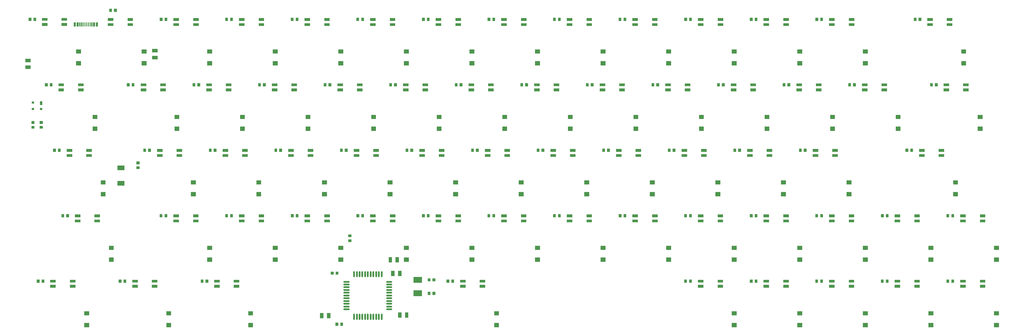
<source format=gbp>
G04 Layer: BottomPasteMaskLayer*
G04 EasyEDA v6.4.5, 2020-09-08T15:15:43+08:00*
G04 f0e53531bd8345db8f7cb9e7e530f99a,98eef565fa774a6b8f51c3c50c7f61d6,10*
G04 Gerber Generator version 0.2*
G04 Scale: 100 percent, Rotated: No, Reflected: No *
G04 Dimensions in millimeters *
G04 leading zeros omitted , absolute positions ,3 integer and 3 decimal *
%FSLAX33Y33*%
%MOMM*%
G90*
G71D02*

%ADD17C,0.499999*%

%LPD*%
G54D17*
G01X96323Y17802D02*
G01X96323Y16502D01*
G01X97123Y17802D02*
G01X97123Y16502D01*
G01X97923Y17802D02*
G01X97923Y16502D01*
G01X98723Y17802D02*
G01X98723Y16502D01*
G01X99523Y17802D02*
G01X99523Y16502D01*
G01X100323Y17802D02*
G01X100323Y16502D01*
G01X101123Y17802D02*
G01X101123Y16502D01*
G01X101923Y17802D02*
G01X101923Y16502D01*
G01X102723Y17802D02*
G01X102723Y16502D01*
G01X103523Y17802D02*
G01X103523Y16502D01*
G01X104323Y17802D02*
G01X104323Y16502D01*
G01X105873Y14952D02*
G01X107173Y14952D01*
G01X105873Y14152D02*
G01X107173Y14152D01*
G01X105873Y13352D02*
G01X107173Y13352D01*
G01X105873Y12552D02*
G01X107173Y12552D01*
G01X105873Y11752D02*
G01X107173Y11752D01*
G01X105873Y10952D02*
G01X107173Y10952D01*
G01X105873Y10152D02*
G01X107173Y10152D01*
G01X105873Y9352D02*
G01X107173Y9352D01*
G01X105873Y8552D02*
G01X107173Y8552D01*
G01X105873Y7752D02*
G01X107173Y7752D01*
G01X105873Y6952D02*
G01X107173Y6952D01*
G01X104323Y5402D02*
G01X104323Y4102D01*
G01X103523Y5402D02*
G01X103523Y4102D01*
G01X102723Y5402D02*
G01X102723Y4102D01*
G01X101923Y5402D02*
G01X101923Y4102D01*
G01X101123Y5402D02*
G01X101123Y4102D01*
G01X100323Y5402D02*
G01X100323Y4102D01*
G01X99523Y5402D02*
G01X99523Y4102D01*
G01X98723Y5402D02*
G01X98723Y4102D01*
G01X97923Y5402D02*
G01X97923Y4102D01*
G01X97123Y5402D02*
G01X97123Y4102D01*
G01X96323Y5402D02*
G01X96323Y4102D01*
G01X93473Y6952D02*
G01X94773Y6952D01*
G01X93473Y7752D02*
G01X94773Y7752D01*
G01X93473Y8552D02*
G01X94773Y8552D01*
G01X93473Y9352D02*
G01X94773Y9352D01*
G01X93473Y10152D02*
G01X94773Y10152D01*
G01X93473Y10952D02*
G01X94773Y10952D01*
G01X93473Y11752D02*
G01X94773Y11752D01*
G01X93473Y12552D02*
G01X94773Y12552D01*
G01X93473Y13352D02*
G01X94773Y13352D01*
G01X93473Y14152D02*
G01X94773Y14152D01*
G01X93473Y14952D02*
G01X94773Y14952D01*
G36*
G01X29573Y42956D02*
G01X29573Y44306D01*
G01X27573Y44306D01*
G01X27573Y42956D01*
G01X29573Y42956D01*
G37*
G36*
G01X29573Y47456D02*
G01X29573Y48806D01*
G01X27573Y48806D01*
G01X27573Y47456D01*
G01X29573Y47456D01*
G37*
G36*
G01X86423Y4326D02*
G01X87423Y4326D01*
G01X87423Y5876D01*
G01X86423Y5876D01*
G01X86423Y4326D01*
G37*
G36*
G01X88423Y4326D02*
G01X89423Y4326D01*
G01X89423Y5876D01*
G01X88423Y5876D01*
G01X88423Y4326D01*
G37*
G36*
G01X112093Y6046D02*
G01X111093Y6046D01*
G01X111093Y4496D01*
G01X112093Y4496D01*
G01X112093Y6046D01*
G37*
G36*
G01X110093Y6046D02*
G01X109093Y6046D01*
G01X109093Y4496D01*
G01X110093Y4496D01*
G01X110093Y6046D01*
G37*
G36*
G01X110103Y18156D02*
G01X109103Y18156D01*
G01X109103Y16606D01*
G01X110103Y16606D01*
G01X110103Y18156D01*
G37*
G36*
G01X108103Y18156D02*
G01X107103Y18156D01*
G01X107103Y16606D01*
G01X108103Y16606D01*
G01X108103Y18156D01*
G37*
G36*
G01X109353Y22116D02*
G01X108353Y22116D01*
G01X108353Y20566D01*
G01X109353Y20566D01*
G01X109353Y22116D01*
G37*
G36*
G01X107353Y22116D02*
G01X106353Y22116D01*
G01X106353Y20566D01*
G01X107353Y20566D01*
G01X107353Y22116D01*
G37*
G36*
G01X2329Y78861D02*
G01X2329Y79861D01*
G01X779Y79861D01*
G01X779Y78861D01*
G01X2329Y78861D01*
G37*
G36*
G01X2329Y76861D02*
G01X2329Y77861D01*
G01X779Y77861D01*
G01X779Y76861D01*
G01X2329Y76861D01*
G37*
G36*
G01X39218Y81701D02*
G01X39218Y82701D01*
G01X37668Y82701D01*
G01X37668Y81701D01*
G01X39218Y81701D01*
G37*
G36*
G01X39218Y79701D02*
G01X39218Y80701D01*
G01X37668Y80701D01*
G01X37668Y79701D01*
G01X39218Y79701D01*
G37*
G36*
G01X33983Y49121D02*
G01X33983Y49921D01*
G01X33083Y49921D01*
G01X33083Y49121D01*
G01X33983Y49121D01*
G37*
G36*
G01X33983Y47721D02*
G01X33983Y48521D01*
G01X33083Y48521D01*
G01X33083Y47721D01*
G01X33983Y47721D01*
G37*
G36*
G01X92323Y2121D02*
G01X93123Y2121D01*
G01X93123Y3022D01*
G01X92323Y3022D01*
G01X92323Y2121D01*
G37*
G36*
G01X90923Y2121D02*
G01X91723Y2121D01*
G01X91723Y3022D01*
G01X90923Y3022D01*
G01X90923Y2121D01*
G37*
G36*
G01X16974Y77941D02*
G01X16974Y79141D01*
G01X15574Y79141D01*
G01X15574Y77941D01*
G01X16974Y77941D01*
G37*
G36*
G01X16974Y81341D02*
G01X16974Y82541D01*
G01X15574Y82541D01*
G01X15574Y81341D01*
G01X16974Y81341D01*
G37*
G36*
G01X36013Y77941D02*
G01X36013Y79141D01*
G01X34613Y79141D01*
G01X34613Y77941D01*
G01X36013Y77941D01*
G37*
G36*
G01X36013Y81341D02*
G01X36013Y82541D01*
G01X34613Y82541D01*
G01X34613Y81341D01*
G01X36013Y81341D01*
G37*
G36*
G01X55073Y77941D02*
G01X55073Y79141D01*
G01X53673Y79141D01*
G01X53673Y77941D01*
G01X55073Y77941D01*
G37*
G36*
G01X55073Y81341D02*
G01X55073Y82541D01*
G01X53673Y82541D01*
G01X53673Y81341D01*
G01X55073Y81341D01*
G37*
G36*
G01X74113Y77941D02*
G01X74113Y79141D01*
G01X72713Y79141D01*
G01X72713Y77941D01*
G01X74113Y77941D01*
G37*
G36*
G01X74113Y81341D02*
G01X74113Y82541D01*
G01X72713Y82541D01*
G01X72713Y81341D01*
G01X74113Y81341D01*
G37*
G36*
G01X93163Y77941D02*
G01X93163Y79141D01*
G01X91763Y79141D01*
G01X91763Y77941D01*
G01X93163Y77941D01*
G37*
G36*
G01X93163Y81341D02*
G01X93163Y82541D01*
G01X91763Y82541D01*
G01X91763Y81341D01*
G01X93163Y81341D01*
G37*
G36*
G01X112213Y77941D02*
G01X112213Y79141D01*
G01X110813Y79141D01*
G01X110813Y77941D01*
G01X112213Y77941D01*
G37*
G36*
G01X112213Y81341D02*
G01X112213Y82541D01*
G01X110813Y82541D01*
G01X110813Y81341D01*
G01X112213Y81341D01*
G37*
G36*
G01X131273Y77941D02*
G01X131273Y79141D01*
G01X129873Y79141D01*
G01X129873Y77941D01*
G01X131273Y77941D01*
G37*
G36*
G01X131273Y81341D02*
G01X131273Y82541D01*
G01X129873Y82541D01*
G01X129873Y81341D01*
G01X131273Y81341D01*
G37*
G36*
G01X150323Y77941D02*
G01X150323Y79141D01*
G01X148923Y79141D01*
G01X148923Y77941D01*
G01X150323Y77941D01*
G37*
G36*
G01X150323Y81341D02*
G01X150323Y82541D01*
G01X148923Y82541D01*
G01X148923Y81341D01*
G01X150323Y81341D01*
G37*
G36*
G01X169363Y77941D02*
G01X169363Y79141D01*
G01X167963Y79141D01*
G01X167963Y77941D01*
G01X169363Y77941D01*
G37*
G36*
G01X169363Y81341D02*
G01X169363Y82541D01*
G01X167963Y82541D01*
G01X167963Y81341D01*
G01X169363Y81341D01*
G37*
G36*
G01X188413Y77941D02*
G01X188413Y79141D01*
G01X187013Y79141D01*
G01X187013Y77941D01*
G01X188413Y77941D01*
G37*
G36*
G01X188413Y81341D02*
G01X188413Y82541D01*
G01X187013Y82541D01*
G01X187013Y81341D01*
G01X188413Y81341D01*
G37*
G36*
G01X207473Y77941D02*
G01X207473Y79141D01*
G01X206073Y79141D01*
G01X206073Y77941D01*
G01X207473Y77941D01*
G37*
G36*
G01X207473Y81341D02*
G01X207473Y82541D01*
G01X206073Y82541D01*
G01X206073Y81341D01*
G01X207473Y81341D01*
G37*
G36*
G01X226523Y77941D02*
G01X226523Y79141D01*
G01X225123Y79141D01*
G01X225123Y77941D01*
G01X226523Y77941D01*
G37*
G36*
G01X226523Y81341D02*
G01X226523Y82541D01*
G01X225123Y82541D01*
G01X225123Y81341D01*
G01X226523Y81341D01*
G37*
G36*
G01X245573Y77941D02*
G01X245573Y79141D01*
G01X244173Y79141D01*
G01X244173Y77941D01*
G01X245573Y77941D01*
G37*
G36*
G01X245573Y81341D02*
G01X245573Y82541D01*
G01X244173Y82541D01*
G01X244173Y81341D01*
G01X245573Y81341D01*
G37*
G36*
G01X274143Y77941D02*
G01X274143Y79141D01*
G01X272743Y79141D01*
G01X272743Y77941D01*
G01X274143Y77941D01*
G37*
G36*
G01X274143Y81341D02*
G01X274143Y82541D01*
G01X272743Y82541D01*
G01X272743Y81341D01*
G01X274143Y81341D01*
G37*
G36*
G01X21733Y58891D02*
G01X21733Y60091D01*
G01X20333Y60091D01*
G01X20333Y58891D01*
G01X21733Y58891D01*
G37*
G36*
G01X21733Y62291D02*
G01X21733Y63491D01*
G01X20333Y63491D01*
G01X20333Y62291D01*
G01X21733Y62291D01*
G37*
G36*
G01X45543Y58891D02*
G01X45543Y60091D01*
G01X44143Y60091D01*
G01X44143Y58891D01*
G01X45543Y58891D01*
G37*
G36*
G01X45543Y62291D02*
G01X45543Y63491D01*
G01X44143Y63491D01*
G01X44143Y62291D01*
G01X45543Y62291D01*
G37*
G36*
G01X64593Y58891D02*
G01X64593Y60091D01*
G01X63193Y60091D01*
G01X63193Y58891D01*
G01X64593Y58891D01*
G37*
G36*
G01X64593Y62291D02*
G01X64593Y63491D01*
G01X63193Y63491D01*
G01X63193Y62291D01*
G01X64593Y62291D01*
G37*
G36*
G01X83643Y58891D02*
G01X83643Y60091D01*
G01X82243Y60091D01*
G01X82243Y58891D01*
G01X83643Y58891D01*
G37*
G36*
G01X83643Y62291D02*
G01X83643Y63491D01*
G01X82243Y63491D01*
G01X82243Y62291D01*
G01X83643Y62291D01*
G37*
G36*
G01X102693Y58891D02*
G01X102693Y60091D01*
G01X101293Y60091D01*
G01X101293Y58891D01*
G01X102693Y58891D01*
G37*
G36*
G01X102693Y62291D02*
G01X102693Y63491D01*
G01X101293Y63491D01*
G01X101293Y62291D01*
G01X102693Y62291D01*
G37*
G36*
G01X121743Y58891D02*
G01X121743Y60091D01*
G01X120343Y60091D01*
G01X120343Y58891D01*
G01X121743Y58891D01*
G37*
G36*
G01X121743Y62291D02*
G01X121743Y63491D01*
G01X120343Y63491D01*
G01X120343Y62291D01*
G01X121743Y62291D01*
G37*
G36*
G01X140793Y58891D02*
G01X140793Y60091D01*
G01X139393Y60091D01*
G01X139393Y58891D01*
G01X140793Y58891D01*
G37*
G36*
G01X140793Y62291D02*
G01X140793Y63491D01*
G01X139393Y63491D01*
G01X139393Y62291D01*
G01X140793Y62291D01*
G37*
G36*
G01X159843Y58891D02*
G01X159843Y60091D01*
G01X158443Y60091D01*
G01X158443Y58891D01*
G01X159843Y58891D01*
G37*
G36*
G01X159843Y62291D02*
G01X159843Y63491D01*
G01X158443Y63491D01*
G01X158443Y62291D01*
G01X159843Y62291D01*
G37*
G36*
G01X178893Y58891D02*
G01X178893Y60091D01*
G01X177493Y60091D01*
G01X177493Y58891D01*
G01X178893Y58891D01*
G37*
G36*
G01X178893Y62291D02*
G01X178893Y63491D01*
G01X177493Y63491D01*
G01X177493Y62291D01*
G01X178893Y62291D01*
G37*
G36*
G01X197943Y58891D02*
G01X197943Y60091D01*
G01X196543Y60091D01*
G01X196543Y58891D01*
G01X197943Y58891D01*
G37*
G36*
G01X197943Y62291D02*
G01X197943Y63491D01*
G01X196543Y63491D01*
G01X196543Y62291D01*
G01X197943Y62291D01*
G37*
G36*
G01X216993Y58891D02*
G01X216993Y60091D01*
G01X215593Y60091D01*
G01X215593Y58891D01*
G01X216993Y58891D01*
G37*
G36*
G01X216993Y62291D02*
G01X216993Y63491D01*
G01X215593Y63491D01*
G01X215593Y62291D01*
G01X216993Y62291D01*
G37*
G36*
G01X236043Y58891D02*
G01X236043Y60091D01*
G01X234643Y60091D01*
G01X234643Y58891D01*
G01X236043Y58891D01*
G37*
G36*
G01X236043Y62291D02*
G01X236043Y63491D01*
G01X234643Y63491D01*
G01X234643Y62291D01*
G01X236043Y62291D01*
G37*
G36*
G01X255093Y58891D02*
G01X255093Y60091D01*
G01X253693Y60091D01*
G01X253693Y58891D01*
G01X255093Y58891D01*
G37*
G36*
G01X255093Y62291D02*
G01X255093Y63491D01*
G01X253693Y63491D01*
G01X253693Y62291D01*
G01X255093Y62291D01*
G37*
G36*
G01X278903Y58891D02*
G01X278903Y60091D01*
G01X277503Y60091D01*
G01X277503Y58891D01*
G01X278903Y58891D01*
G37*
G36*
G01X278903Y62291D02*
G01X278903Y63491D01*
G01X277503Y63491D01*
G01X277503Y62291D01*
G01X278903Y62291D01*
G37*
G36*
G01X24113Y39841D02*
G01X24113Y41041D01*
G01X22714Y41041D01*
G01X22714Y39841D01*
G01X24113Y39841D01*
G37*
G36*
G01X24113Y43241D02*
G01X24113Y44441D01*
G01X22714Y44441D01*
G01X22714Y43241D01*
G01X24113Y43241D01*
G37*
G36*
G01X50303Y39841D02*
G01X50303Y41041D01*
G01X48903Y41041D01*
G01X48903Y39841D01*
G01X50303Y39841D01*
G37*
G36*
G01X50303Y43241D02*
G01X50303Y44441D01*
G01X48903Y44441D01*
G01X48903Y43241D01*
G01X50303Y43241D01*
G37*
G36*
G01X69343Y39841D02*
G01X69343Y41041D01*
G01X67943Y41041D01*
G01X67943Y39841D01*
G01X69343Y39841D01*
G37*
G36*
G01X69343Y43241D02*
G01X69343Y44441D01*
G01X67943Y44441D01*
G01X67943Y43241D01*
G01X69343Y43241D01*
G37*
G36*
G01X88403Y39841D02*
G01X88403Y41041D01*
G01X87003Y41041D01*
G01X87003Y39841D01*
G01X88403Y39841D01*
G37*
G36*
G01X88403Y43241D02*
G01X88403Y44441D01*
G01X87003Y44441D01*
G01X87003Y43241D01*
G01X88403Y43241D01*
G37*
G36*
G01X107453Y39841D02*
G01X107453Y41041D01*
G01X106053Y41041D01*
G01X106053Y39841D01*
G01X107453Y39841D01*
G37*
G36*
G01X107453Y43241D02*
G01X107453Y44441D01*
G01X106053Y44441D01*
G01X106053Y43241D01*
G01X107453Y43241D01*
G37*
G36*
G01X126503Y39841D02*
G01X126503Y41041D01*
G01X125103Y41041D01*
G01X125103Y39841D01*
G01X126503Y39841D01*
G37*
G36*
G01X126503Y43241D02*
G01X126503Y44441D01*
G01X125103Y44441D01*
G01X125103Y43241D01*
G01X126503Y43241D01*
G37*
G36*
G01X145553Y39841D02*
G01X145553Y41041D01*
G01X144153Y41041D01*
G01X144153Y39841D01*
G01X145553Y39841D01*
G37*
G36*
G01X145553Y43241D02*
G01X145553Y44441D01*
G01X144153Y44441D01*
G01X144153Y43241D01*
G01X145553Y43241D01*
G37*
G36*
G01X164603Y39841D02*
G01X164603Y41041D01*
G01X163203Y41041D01*
G01X163203Y39841D01*
G01X164603Y39841D01*
G37*
G36*
G01X164603Y43241D02*
G01X164603Y44441D01*
G01X163203Y44441D01*
G01X163203Y43241D01*
G01X164603Y43241D01*
G37*
G36*
G01X183653Y39841D02*
G01X183653Y41041D01*
G01X182253Y41041D01*
G01X182253Y39841D01*
G01X183653Y39841D01*
G37*
G36*
G01X183653Y43241D02*
G01X183653Y44441D01*
G01X182253Y44441D01*
G01X182253Y43241D01*
G01X183653Y43241D01*
G37*
G36*
G01X202703Y39841D02*
G01X202703Y41041D01*
G01X201303Y41041D01*
G01X201303Y39841D01*
G01X202703Y39841D01*
G37*
G36*
G01X202703Y43241D02*
G01X202703Y44441D01*
G01X201303Y44441D01*
G01X201303Y43241D01*
G01X202703Y43241D01*
G37*
G36*
G01X221753Y39841D02*
G01X221753Y41041D01*
G01X220353Y41041D01*
G01X220353Y39841D01*
G01X221753Y39841D01*
G37*
G36*
G01X221753Y43241D02*
G01X221753Y44441D01*
G01X220353Y44441D01*
G01X220353Y43241D01*
G01X221753Y43241D01*
G37*
G36*
G01X240803Y39841D02*
G01X240803Y41041D01*
G01X239403Y41041D01*
G01X239403Y39841D01*
G01X240803Y39841D01*
G37*
G36*
G01X240803Y43241D02*
G01X240803Y44441D01*
G01X239403Y44441D01*
G01X239403Y43241D01*
G01X240803Y43241D01*
G37*
G36*
G01X271763Y39841D02*
G01X271763Y41041D01*
G01X270363Y41041D01*
G01X270363Y39841D01*
G01X271763Y39841D01*
G37*
G36*
G01X271763Y43241D02*
G01X271763Y44441D01*
G01X270363Y44441D01*
G01X270363Y43241D01*
G01X271763Y43241D01*
G37*
G36*
G01X26483Y20791D02*
G01X26483Y21991D01*
G01X25083Y21991D01*
G01X25083Y20791D01*
G01X26483Y20791D01*
G37*
G36*
G01X26483Y24191D02*
G01X26483Y25391D01*
G01X25083Y25391D01*
G01X25083Y24191D01*
G01X26483Y24191D01*
G37*
G36*
G01X55053Y20791D02*
G01X55053Y21991D01*
G01X53653Y21991D01*
G01X53653Y20791D01*
G01X55053Y20791D01*
G37*
G36*
G01X55053Y24191D02*
G01X55053Y25391D01*
G01X53653Y25391D01*
G01X53653Y24191D01*
G01X55053Y24191D01*
G37*
G36*
G01X74103Y20791D02*
G01X74103Y21991D01*
G01X72703Y21991D01*
G01X72703Y20791D01*
G01X74103Y20791D01*
G37*
G36*
G01X74103Y24191D02*
G01X74103Y25391D01*
G01X72703Y25391D01*
G01X72703Y24191D01*
G01X74103Y24191D01*
G37*
G36*
G01X93163Y20791D02*
G01X93163Y21991D01*
G01X91763Y21991D01*
G01X91763Y20791D01*
G01X93163Y20791D01*
G37*
G36*
G01X93163Y24191D02*
G01X93163Y25391D01*
G01X91763Y25391D01*
G01X91763Y24191D01*
G01X93163Y24191D01*
G37*
G36*
G01X112213Y20791D02*
G01X112213Y21991D01*
G01X110813Y21991D01*
G01X110813Y20791D01*
G01X112213Y20791D01*
G37*
G36*
G01X112213Y24191D02*
G01X112213Y25391D01*
G01X110813Y25391D01*
G01X110813Y24191D01*
G01X112213Y24191D01*
G37*
G36*
G01X131273Y20791D02*
G01X131273Y21991D01*
G01X129873Y21991D01*
G01X129873Y20791D01*
G01X131273Y20791D01*
G37*
G36*
G01X131273Y24191D02*
G01X131273Y25391D01*
G01X129873Y25391D01*
G01X129873Y24191D01*
G01X131273Y24191D01*
G37*
G36*
G01X150313Y20791D02*
G01X150313Y21991D01*
G01X148913Y21991D01*
G01X148913Y20791D01*
G01X150313Y20791D01*
G37*
G36*
G01X150313Y24191D02*
G01X150313Y25391D01*
G01X148913Y25391D01*
G01X148913Y24191D01*
G01X150313Y24191D01*
G37*
G36*
G01X169363Y20791D02*
G01X169363Y21991D01*
G01X167963Y21991D01*
G01X167963Y20791D01*
G01X169363Y20791D01*
G37*
G36*
G01X169363Y24191D02*
G01X169363Y25391D01*
G01X167963Y25391D01*
G01X167963Y24191D01*
G01X169363Y24191D01*
G37*
G36*
G01X188423Y20791D02*
G01X188423Y21991D01*
G01X187023Y21991D01*
G01X187023Y20791D01*
G01X188423Y20791D01*
G37*
G36*
G01X188423Y24191D02*
G01X188423Y25391D01*
G01X187023Y25391D01*
G01X187023Y24191D01*
G01X188423Y24191D01*
G37*
G36*
G01X207463Y20791D02*
G01X207463Y21991D01*
G01X206063Y21991D01*
G01X206063Y20791D01*
G01X207463Y20791D01*
G37*
G36*
G01X207463Y24191D02*
G01X207463Y25391D01*
G01X206063Y25391D01*
G01X206063Y24191D01*
G01X207463Y24191D01*
G37*
G36*
G01X226523Y20791D02*
G01X226523Y21991D01*
G01X225123Y21991D01*
G01X225123Y20791D01*
G01X226523Y20791D01*
G37*
G36*
G01X226523Y24191D02*
G01X226523Y25391D01*
G01X225123Y25391D01*
G01X225123Y24191D01*
G01X226523Y24191D01*
G37*
G36*
G01X245563Y20791D02*
G01X245563Y21991D01*
G01X244163Y21991D01*
G01X244163Y20791D01*
G01X245563Y20791D01*
G37*
G36*
G01X245563Y24191D02*
G01X245563Y25391D01*
G01X244163Y25391D01*
G01X244163Y24191D01*
G01X245563Y24191D01*
G37*
G36*
G01X264613Y20791D02*
G01X264613Y21991D01*
G01X263213Y21991D01*
G01X263213Y20791D01*
G01X264613Y20791D01*
G37*
G36*
G01X264613Y24191D02*
G01X264613Y25391D01*
G01X263213Y25391D01*
G01X263213Y24191D01*
G01X264613Y24191D01*
G37*
G36*
G01X283663Y20791D02*
G01X283663Y21991D01*
G01X282263Y21991D01*
G01X282263Y20791D01*
G01X283663Y20791D01*
G37*
G36*
G01X283663Y24191D02*
G01X283663Y25391D01*
G01X282263Y25391D01*
G01X282263Y24191D01*
G01X283663Y24191D01*
G37*
G36*
G01X19353Y1741D02*
G01X19353Y2941D01*
G01X17953Y2941D01*
G01X17953Y1741D01*
G01X19353Y1741D01*
G37*
G36*
G01X19353Y5141D02*
G01X19353Y6341D01*
G01X17953Y6341D01*
G01X17953Y5141D01*
G01X19353Y5141D01*
G37*
G36*
G01X43153Y1741D02*
G01X43153Y2941D01*
G01X41753Y2941D01*
G01X41753Y1741D01*
G01X43153Y1741D01*
G37*
G36*
G01X43153Y5141D02*
G01X43153Y6341D01*
G01X41753Y6341D01*
G01X41753Y5141D01*
G01X43153Y5141D01*
G37*
G36*
G01X66973Y1741D02*
G01X66973Y2941D01*
G01X65573Y2941D01*
G01X65573Y1741D01*
G01X66973Y1741D01*
G37*
G36*
G01X66973Y5141D02*
G01X66973Y6341D01*
G01X65573Y6341D01*
G01X65573Y5141D01*
G01X66973Y5141D01*
G37*
G36*
G01X138413Y1741D02*
G01X138413Y2941D01*
G01X137013Y2941D01*
G01X137013Y1741D01*
G01X138413Y1741D01*
G37*
G36*
G01X138413Y5141D02*
G01X138413Y6341D01*
G01X137013Y6341D01*
G01X137013Y5141D01*
G01X138413Y5141D01*
G37*
G36*
G01X207463Y1741D02*
G01X207463Y2941D01*
G01X206063Y2941D01*
G01X206063Y1741D01*
G01X207463Y1741D01*
G37*
G36*
G01X207463Y5141D02*
G01X207463Y6341D01*
G01X206063Y6341D01*
G01X206063Y5141D01*
G01X207463Y5141D01*
G37*
G36*
G01X226523Y1741D02*
G01X226523Y2941D01*
G01X225123Y2941D01*
G01X225123Y1741D01*
G01X226523Y1741D01*
G37*
G36*
G01X226523Y5141D02*
G01X226523Y6341D01*
G01X225123Y6341D01*
G01X225123Y5141D01*
G01X226523Y5141D01*
G37*
G36*
G01X245563Y1741D02*
G01X245563Y2941D01*
G01X244163Y2941D01*
G01X244163Y1741D01*
G01X245563Y1741D01*
G37*
G36*
G01X245563Y5141D02*
G01X245563Y6341D01*
G01X244163Y6341D01*
G01X244163Y5141D01*
G01X245563Y5141D01*
G37*
G36*
G01X264613Y1741D02*
G01X264613Y2941D01*
G01X263213Y2941D01*
G01X263213Y1741D01*
G01X264613Y1741D01*
G37*
G36*
G01X264613Y5141D02*
G01X264613Y6341D01*
G01X263213Y6341D01*
G01X263213Y5141D01*
G01X264613Y5141D01*
G37*
G36*
G01X283663Y1741D02*
G01X283663Y2941D01*
G01X282263Y2941D01*
G01X282263Y1741D01*
G01X283663Y1741D01*
G37*
G36*
G01X283663Y5141D02*
G01X283663Y6341D01*
G01X282263Y6341D01*
G01X282263Y5141D01*
G01X283663Y5141D01*
G37*
G36*
G01X113604Y12431D02*
G01X113604Y10731D01*
G01X116004Y10731D01*
G01X116004Y12431D01*
G01X113604Y12431D01*
G37*
G36*
G01X113603Y16352D02*
G01X113603Y14652D01*
G01X116003Y14652D01*
G01X116003Y16352D01*
G01X113603Y16352D01*
G37*
G36*
G01X5854Y60911D02*
G01X5854Y61711D01*
G01X4954Y61711D01*
G01X4954Y60911D01*
G01X5854Y60911D01*
G37*
G36*
G01X5854Y59511D02*
G01X5854Y60311D01*
G01X4954Y60311D01*
G01X4954Y59511D01*
G01X5854Y59511D01*
G37*
G36*
G01X3454Y60911D02*
G01X3454Y61711D01*
G01X2554Y61711D01*
G01X2554Y60911D01*
G01X3454Y60911D01*
G37*
G36*
G01X3454Y59511D02*
G01X3454Y60311D01*
G01X2554Y60311D01*
G01X2554Y59511D01*
G01X3454Y59511D01*
G37*
G36*
G01X1754Y90861D02*
G01X2554Y90861D01*
G01X2554Y91761D01*
G01X1754Y91761D01*
G01X1754Y90861D01*
G37*
G36*
G01X3154Y90861D02*
G01X3954Y90861D01*
G01X3954Y91761D01*
G01X3154Y91761D01*
G01X3154Y90861D01*
G37*
G36*
G01X27383Y94381D02*
G01X26583Y94381D01*
G01X26583Y93481D01*
G01X27383Y93481D01*
G01X27383Y94381D01*
G37*
G36*
G01X25983Y94381D02*
G01X25183Y94381D01*
G01X25183Y93481D01*
G01X25983Y93481D01*
G01X25983Y94381D01*
G37*
G36*
G01X39853Y90861D02*
G01X40653Y90861D01*
G01X40653Y91761D01*
G01X39853Y91761D01*
G01X39853Y90861D01*
G37*
G36*
G01X41253Y90861D02*
G01X42053Y90861D01*
G01X42053Y91761D01*
G01X41253Y91761D01*
G01X41253Y90861D01*
G37*
G36*
G01X58893Y90861D02*
G01X59693Y90861D01*
G01X59693Y91761D01*
G01X58893Y91761D01*
G01X58893Y90861D01*
G37*
G36*
G01X60293Y90861D02*
G01X61093Y90861D01*
G01X61093Y91761D01*
G01X60293Y91761D01*
G01X60293Y90861D01*
G37*
G36*
G01X77943Y90861D02*
G01X78743Y90861D01*
G01X78743Y91761D01*
G01X77943Y91761D01*
G01X77943Y90861D01*
G37*
G36*
G01X79343Y90861D02*
G01X80143Y90861D01*
G01X80143Y91761D01*
G01X79343Y91761D01*
G01X79343Y90861D01*
G37*
G36*
G01X96993Y90861D02*
G01X97793Y90861D01*
G01X97793Y91761D01*
G01X96993Y91761D01*
G01X96993Y90861D01*
G37*
G36*
G01X98393Y90861D02*
G01X99193Y90861D01*
G01X99193Y91761D01*
G01X98393Y91761D01*
G01X98393Y90861D01*
G37*
G36*
G01X116053Y90861D02*
G01X116853Y90861D01*
G01X116853Y91761D01*
G01X116053Y91761D01*
G01X116053Y90861D01*
G37*
G36*
G01X117453Y90861D02*
G01X118253Y90861D01*
G01X118253Y91761D01*
G01X117453Y91761D01*
G01X117453Y90861D01*
G37*
G36*
G01X135103Y90861D02*
G01X135903Y90861D01*
G01X135903Y91761D01*
G01X135103Y91761D01*
G01X135103Y90861D01*
G37*
G36*
G01X136503Y90861D02*
G01X137303Y90861D01*
G01X137303Y91761D01*
G01X136503Y91761D01*
G01X136503Y90861D01*
G37*
G36*
G01X154143Y90861D02*
G01X154943Y90861D01*
G01X154943Y91761D01*
G01X154143Y91761D01*
G01X154143Y90861D01*
G37*
G36*
G01X155543Y90861D02*
G01X156343Y90861D01*
G01X156343Y91761D01*
G01X155543Y91761D01*
G01X155543Y90861D01*
G37*
G36*
G01X173193Y90861D02*
G01X173993Y90861D01*
G01X173993Y91761D01*
G01X173193Y91761D01*
G01X173193Y90861D01*
G37*
G36*
G01X174593Y90861D02*
G01X175393Y90861D01*
G01X175393Y91761D01*
G01X174593Y91761D01*
G01X174593Y90861D01*
G37*
G36*
G01X192253Y90861D02*
G01X193053Y90861D01*
G01X193053Y91761D01*
G01X192253Y91761D01*
G01X192253Y90861D01*
G37*
G36*
G01X193653Y90861D02*
G01X194453Y90861D01*
G01X194453Y91761D01*
G01X193653Y91761D01*
G01X193653Y90861D01*
G37*
G36*
G01X211303Y90861D02*
G01X212103Y90861D01*
G01X212103Y91761D01*
G01X211303Y91761D01*
G01X211303Y90861D01*
G37*
G36*
G01X212703Y90861D02*
G01X213503Y90861D01*
G01X213503Y91761D01*
G01X212703Y91761D01*
G01X212703Y90861D01*
G37*
G36*
G01X230353Y90861D02*
G01X231153Y90861D01*
G01X231153Y91761D01*
G01X230353Y91761D01*
G01X230353Y90861D01*
G37*
G36*
G01X231753Y90861D02*
G01X232553Y90861D01*
G01X232553Y91761D01*
G01X231753Y91761D01*
G01X231753Y90861D01*
G37*
G36*
G01X258923Y90861D02*
G01X259723Y90861D01*
G01X259723Y91761D01*
G01X258923Y91761D01*
G01X258923Y90861D01*
G37*
G36*
G01X260323Y90861D02*
G01X261123Y90861D01*
G01X261123Y91761D01*
G01X260323Y91761D01*
G01X260323Y90861D01*
G37*
G36*
G01X6514Y71831D02*
G01X7314Y71831D01*
G01X7314Y72731D01*
G01X6514Y72731D01*
G01X6514Y71831D01*
G37*
G36*
G01X7914Y71831D02*
G01X8714Y71831D01*
G01X8714Y72731D01*
G01X7914Y72731D01*
G01X7914Y71831D01*
G37*
G36*
G01X30313Y71831D02*
G01X31113Y71831D01*
G01X31113Y72731D01*
G01X30313Y72731D01*
G01X30313Y71831D01*
G37*
G36*
G01X31713Y71831D02*
G01X32513Y71831D01*
G01X32513Y72731D01*
G01X31713Y72731D01*
G01X31713Y71831D01*
G37*
G36*
G01X49373Y71831D02*
G01X50173Y71831D01*
G01X50173Y72731D01*
G01X49373Y72731D01*
G01X49373Y71831D01*
G37*
G36*
G01X50773Y71831D02*
G01X51573Y71831D01*
G01X51573Y72731D01*
G01X50773Y72731D01*
G01X50773Y71831D01*
G37*
G36*
G01X68423Y71831D02*
G01X69223Y71831D01*
G01X69223Y72731D01*
G01X68423Y72731D01*
G01X68423Y71831D01*
G37*
G36*
G01X69823Y71831D02*
G01X70623Y71831D01*
G01X70623Y72731D01*
G01X69823Y72731D01*
G01X69823Y71831D01*
G37*
G36*
G01X87473Y71831D02*
G01X88273Y71831D01*
G01X88273Y72731D01*
G01X87473Y72731D01*
G01X87473Y71831D01*
G37*
G36*
G01X88873Y71831D02*
G01X89673Y71831D01*
G01X89673Y72731D01*
G01X88873Y72731D01*
G01X88873Y71831D01*
G37*
G36*
G01X106523Y71831D02*
G01X107323Y71831D01*
G01X107323Y72731D01*
G01X106523Y72731D01*
G01X106523Y71831D01*
G37*
G36*
G01X107923Y71831D02*
G01X108723Y71831D01*
G01X108723Y72731D01*
G01X107923Y72731D01*
G01X107923Y71831D01*
G37*
G36*
G01X125573Y71831D02*
G01X126373Y71831D01*
G01X126373Y72731D01*
G01X125573Y72731D01*
G01X125573Y71831D01*
G37*
G36*
G01X126973Y71831D02*
G01X127773Y71831D01*
G01X127773Y72731D01*
G01X126973Y72731D01*
G01X126973Y71831D01*
G37*
G36*
G01X144623Y71831D02*
G01X145423Y71831D01*
G01X145423Y72731D01*
G01X144623Y72731D01*
G01X144623Y71831D01*
G37*
G36*
G01X146023Y71831D02*
G01X146823Y71831D01*
G01X146823Y72731D01*
G01X146023Y72731D01*
G01X146023Y71831D01*
G37*
G36*
G01X163673Y71831D02*
G01X164473Y71831D01*
G01X164473Y72731D01*
G01X163673Y72731D01*
G01X163673Y71831D01*
G37*
G36*
G01X165073Y71831D02*
G01X165873Y71831D01*
G01X165873Y72731D01*
G01X165073Y72731D01*
G01X165073Y71831D01*
G37*
G36*
G01X182723Y71831D02*
G01X183523Y71831D01*
G01X183523Y72731D01*
G01X182723Y72731D01*
G01X182723Y71831D01*
G37*
G36*
G01X184123Y71831D02*
G01X184923Y71831D01*
G01X184923Y72731D01*
G01X184123Y72731D01*
G01X184123Y71831D01*
G37*
G36*
G01X201773Y71831D02*
G01X202573Y71831D01*
G01X202573Y72731D01*
G01X201773Y72731D01*
G01X201773Y71831D01*
G37*
G36*
G01X203173Y71831D02*
G01X203973Y71831D01*
G01X203973Y72731D01*
G01X203173Y72731D01*
G01X203173Y71831D01*
G37*
G36*
G01X220823Y71831D02*
G01X221623Y71831D01*
G01X221623Y72731D01*
G01X220823Y72731D01*
G01X220823Y71831D01*
G37*
G36*
G01X222223Y71831D02*
G01X223023Y71831D01*
G01X223023Y72731D01*
G01X222223Y72731D01*
G01X222223Y71831D01*
G37*
G36*
G01X239873Y71831D02*
G01X240673Y71831D01*
G01X240673Y72731D01*
G01X239873Y72731D01*
G01X239873Y71831D01*
G37*
G36*
G01X241273Y71831D02*
G01X242073Y71831D01*
G01X242073Y72731D01*
G01X241273Y72731D01*
G01X241273Y71831D01*
G37*
G36*
G01X263683Y71831D02*
G01X264483Y71831D01*
G01X264483Y72731D01*
G01X263683Y72731D01*
G01X263683Y71831D01*
G37*
G36*
G01X265083Y71831D02*
G01X265883Y71831D01*
G01X265883Y72731D01*
G01X265083Y72731D01*
G01X265083Y71831D01*
G37*
G36*
G01X8894Y52781D02*
G01X9694Y52781D01*
G01X9694Y53681D01*
G01X8894Y53681D01*
G01X8894Y52781D01*
G37*
G36*
G01X10294Y52781D02*
G01X11094Y52781D01*
G01X11094Y53681D01*
G01X10294Y53681D01*
G01X10294Y52781D01*
G37*
G36*
G01X35083Y52781D02*
G01X35883Y52781D01*
G01X35883Y53681D01*
G01X35083Y53681D01*
G01X35083Y52781D01*
G37*
G36*
G01X36483Y52781D02*
G01X37283Y52781D01*
G01X37283Y53681D01*
G01X36483Y53681D01*
G01X36483Y52781D01*
G37*
G36*
G01X54133Y52781D02*
G01X54933Y52781D01*
G01X54933Y53681D01*
G01X54133Y53681D01*
G01X54133Y52781D01*
G37*
G36*
G01X55533Y52781D02*
G01X56333Y52781D01*
G01X56333Y53681D01*
G01X55533Y53681D01*
G01X55533Y52781D01*
G37*
G36*
G01X73173Y52781D02*
G01X73973Y52781D01*
G01X73973Y53681D01*
G01X73173Y53681D01*
G01X73173Y52781D01*
G37*
G36*
G01X74573Y52781D02*
G01X75373Y52781D01*
G01X75373Y53681D01*
G01X74573Y53681D01*
G01X74573Y52781D01*
G37*
G36*
G01X92233Y52781D02*
G01X93033Y52781D01*
G01X93033Y53681D01*
G01X92233Y53681D01*
G01X92233Y52781D01*
G37*
G36*
G01X93633Y52781D02*
G01X94433Y52781D01*
G01X94433Y53681D01*
G01X93633Y53681D01*
G01X93633Y52781D01*
G37*
G36*
G01X111283Y52781D02*
G01X112083Y52781D01*
G01X112083Y53681D01*
G01X111283Y53681D01*
G01X111283Y52781D01*
G37*
G36*
G01X112683Y52781D02*
G01X113483Y52781D01*
G01X113483Y53681D01*
G01X112683Y53681D01*
G01X112683Y52781D01*
G37*
G36*
G01X130333Y52781D02*
G01X131133Y52781D01*
G01X131133Y53681D01*
G01X130333Y53681D01*
G01X130333Y52781D01*
G37*
G36*
G01X131733Y52781D02*
G01X132533Y52781D01*
G01X132533Y53681D01*
G01X131733Y53681D01*
G01X131733Y52781D01*
G37*
G36*
G01X149383Y52781D02*
G01X150183Y52781D01*
G01X150183Y53681D01*
G01X149383Y53681D01*
G01X149383Y52781D01*
G37*
G36*
G01X150783Y52781D02*
G01X151583Y52781D01*
G01X151583Y53681D01*
G01X150783Y53681D01*
G01X150783Y52781D01*
G37*
G36*
G01X168433Y52781D02*
G01X169233Y52781D01*
G01X169233Y53681D01*
G01X168433Y53681D01*
G01X168433Y52781D01*
G37*
G36*
G01X169833Y52781D02*
G01X170633Y52781D01*
G01X170633Y53681D01*
G01X169833Y53681D01*
G01X169833Y52781D01*
G37*
G36*
G01X187483Y52781D02*
G01X188283Y52781D01*
G01X188283Y53681D01*
G01X187483Y53681D01*
G01X187483Y52781D01*
G37*
G36*
G01X188883Y52781D02*
G01X189683Y52781D01*
G01X189683Y53681D01*
G01X188883Y53681D01*
G01X188883Y52781D01*
G37*
G36*
G01X206533Y52781D02*
G01X207333Y52781D01*
G01X207333Y53681D01*
G01X206533Y53681D01*
G01X206533Y52781D01*
G37*
G36*
G01X207933Y52781D02*
G01X208733Y52781D01*
G01X208733Y53681D01*
G01X207933Y53681D01*
G01X207933Y52781D01*
G37*
G36*
G01X225583Y52781D02*
G01X226383Y52781D01*
G01X226383Y53681D01*
G01X225583Y53681D01*
G01X225583Y52781D01*
G37*
G36*
G01X226983Y52781D02*
G01X227783Y52781D01*
G01X227783Y53681D01*
G01X226983Y53681D01*
G01X226983Y52781D01*
G37*
G36*
G01X256543Y52781D02*
G01X257343Y52781D01*
G01X257343Y53681D01*
G01X256543Y53681D01*
G01X256543Y52781D01*
G37*
G36*
G01X257943Y52781D02*
G01X258743Y52781D01*
G01X258743Y53681D01*
G01X257943Y53681D01*
G01X257943Y52781D01*
G37*
G36*
G01X11273Y33711D02*
G01X12073Y33711D01*
G01X12073Y34611D01*
G01X11273Y34611D01*
G01X11273Y33711D01*
G37*
G36*
G01X12673Y33711D02*
G01X13473Y33711D01*
G01X13473Y34611D01*
G01X12673Y34611D01*
G01X12673Y33711D01*
G37*
G36*
G01X39843Y33711D02*
G01X40643Y33711D01*
G01X40643Y34611D01*
G01X39843Y34611D01*
G01X39843Y33711D01*
G37*
G36*
G01X41243Y33711D02*
G01X42043Y33711D01*
G01X42043Y34611D01*
G01X41243Y34611D01*
G01X41243Y33711D01*
G37*
G36*
G01X58893Y33711D02*
G01X59693Y33711D01*
G01X59693Y34611D01*
G01X58893Y34611D01*
G01X58893Y33711D01*
G37*
G36*
G01X60293Y33711D02*
G01X61093Y33711D01*
G01X61093Y34611D01*
G01X60293Y34611D01*
G01X60293Y33711D01*
G37*
G36*
G01X77953Y33711D02*
G01X78753Y33711D01*
G01X78753Y34611D01*
G01X77953Y34611D01*
G01X77953Y33711D01*
G37*
G36*
G01X79353Y33711D02*
G01X80153Y33711D01*
G01X80153Y34611D01*
G01X79353Y34611D01*
G01X79353Y33711D01*
G37*
G36*
G01X97013Y33711D02*
G01X97813Y33711D01*
G01X97813Y34611D01*
G01X97013Y34611D01*
G01X97013Y33711D01*
G37*
G36*
G01X98413Y33711D02*
G01X99213Y33711D01*
G01X99213Y34611D01*
G01X98413Y34611D01*
G01X98413Y33711D01*
G37*
G36*
G01X116053Y33711D02*
G01X116853Y33711D01*
G01X116853Y34611D01*
G01X116053Y34611D01*
G01X116053Y33711D01*
G37*
G36*
G01X117453Y33711D02*
G01X118253Y33711D01*
G01X118253Y34611D01*
G01X117453Y34611D01*
G01X117453Y33711D01*
G37*
G36*
G01X135093Y33711D02*
G01X135893Y33711D01*
G01X135893Y34611D01*
G01X135093Y34611D01*
G01X135093Y33711D01*
G37*
G36*
G01X136493Y33711D02*
G01X137293Y33711D01*
G01X137293Y34611D01*
G01X136493Y34611D01*
G01X136493Y33711D01*
G37*
G36*
G01X154143Y33711D02*
G01X154943Y33711D01*
G01X154943Y34611D01*
G01X154143Y34611D01*
G01X154143Y33711D01*
G37*
G36*
G01X155543Y33711D02*
G01X156343Y33711D01*
G01X156343Y34611D01*
G01X155543Y34611D01*
G01X155543Y33711D01*
G37*
G36*
G01X173213Y33711D02*
G01X174013Y33711D01*
G01X174013Y34611D01*
G01X173213Y34611D01*
G01X173213Y33711D01*
G37*
G36*
G01X174613Y33711D02*
G01X175413Y33711D01*
G01X175413Y34611D01*
G01X174613Y34611D01*
G01X174613Y33711D01*
G37*
G36*
G01X192243Y33711D02*
G01X193043Y33711D01*
G01X193043Y34611D01*
G01X192243Y34611D01*
G01X192243Y33711D01*
G37*
G36*
G01X193643Y33711D02*
G01X194443Y33711D01*
G01X194443Y34611D01*
G01X193643Y34611D01*
G01X193643Y33711D01*
G37*
G36*
G01X211303Y33711D02*
G01X212103Y33711D01*
G01X212103Y34611D01*
G01X211303Y34611D01*
G01X211303Y33711D01*
G37*
G36*
G01X212703Y33711D02*
G01X213503Y33711D01*
G01X213503Y34611D01*
G01X212703Y34611D01*
G01X212703Y33711D01*
G37*
G36*
G01X230343Y33711D02*
G01X231143Y33711D01*
G01X231143Y34611D01*
G01X230343Y34611D01*
G01X230343Y33711D01*
G37*
G36*
G01X231743Y33711D02*
G01X232543Y33711D01*
G01X232543Y34611D01*
G01X231743Y34611D01*
G01X231743Y33711D01*
G37*
G36*
G01X249403Y33711D02*
G01X250203Y33711D01*
G01X250203Y34611D01*
G01X249403Y34611D01*
G01X249403Y33711D01*
G37*
G36*
G01X250803Y33711D02*
G01X251603Y33711D01*
G01X251603Y34611D01*
G01X250803Y34611D01*
G01X250803Y33711D01*
G37*
G36*
G01X268443Y33711D02*
G01X269243Y33711D01*
G01X269243Y34611D01*
G01X268443Y34611D01*
G01X268443Y33711D01*
G37*
G36*
G01X269843Y33711D02*
G01X270643Y33711D01*
G01X270643Y34611D01*
G01X269843Y34611D01*
G01X269843Y33711D01*
G37*
G36*
G01X4134Y14661D02*
G01X4934Y14661D01*
G01X4934Y15561D01*
G01X4134Y15561D01*
G01X4134Y14661D01*
G37*
G36*
G01X5533Y14661D02*
G01X6333Y14661D01*
G01X6333Y15561D01*
G01X5533Y15561D01*
G01X5533Y14661D01*
G37*
G36*
G01X27943Y14671D02*
G01X28743Y14671D01*
G01X28743Y15571D01*
G01X27943Y15571D01*
G01X27943Y14671D01*
G37*
G36*
G01X29343Y14671D02*
G01X30143Y14671D01*
G01X30143Y15571D01*
G01X29343Y15571D01*
G01X29343Y14671D01*
G37*
G36*
G01X51753Y14671D02*
G01X52553Y14671D01*
G01X52553Y15571D01*
G01X51753Y15571D01*
G01X51753Y14671D01*
G37*
G36*
G01X53153Y14671D02*
G01X53953Y14671D01*
G01X53953Y15571D01*
G01X53153Y15571D01*
G01X53153Y14671D01*
G37*
G36*
G01X123193Y14671D02*
G01X123993Y14671D01*
G01X123993Y15571D01*
G01X123193Y15571D01*
G01X123193Y14671D01*
G37*
G36*
G01X124593Y14671D02*
G01X125393Y14671D01*
G01X125393Y15571D01*
G01X124593Y15571D01*
G01X124593Y14671D01*
G37*
G36*
G01X192243Y14671D02*
G01X193043Y14671D01*
G01X193043Y15571D01*
G01X192243Y15571D01*
G01X192243Y14671D01*
G37*
G36*
G01X193643Y14671D02*
G01X194443Y14671D01*
G01X194443Y15571D01*
G01X193643Y15571D01*
G01X193643Y14671D01*
G37*
G36*
G01X211303Y14671D02*
G01X212103Y14671D01*
G01X212103Y15571D01*
G01X211303Y15571D01*
G01X211303Y14671D01*
G37*
G36*
G01X212703Y14671D02*
G01X213503Y14671D01*
G01X213503Y15571D01*
G01X212703Y15571D01*
G01X212703Y14671D01*
G37*
G36*
G01X230343Y14671D02*
G01X231143Y14671D01*
G01X231143Y15571D01*
G01X230343Y15571D01*
G01X230343Y14671D01*
G37*
G36*
G01X231743Y14671D02*
G01X232543Y14671D01*
G01X232543Y15571D01*
G01X231743Y15571D01*
G01X231743Y14671D01*
G37*
G36*
G01X249393Y14671D02*
G01X250193Y14671D01*
G01X250193Y15571D01*
G01X249393Y15571D01*
G01X249393Y14671D01*
G37*
G36*
G01X250793Y14671D02*
G01X251593Y14671D01*
G01X251593Y15571D01*
G01X250793Y15571D01*
G01X250793Y14671D01*
G37*
G36*
G01X268443Y14671D02*
G01X269243Y14671D01*
G01X269243Y15571D01*
G01X268443Y15571D01*
G01X268443Y14671D01*
G37*
G36*
G01X269843Y14671D02*
G01X270643Y14671D01*
G01X270643Y15571D01*
G01X269843Y15571D01*
G01X269843Y14671D01*
G37*
G36*
G01X5034Y67491D02*
G01X5034Y66391D01*
G01X5734Y66391D01*
G01X5734Y67491D01*
G01X5034Y67491D01*
G37*
G36*
G01X5034Y65541D02*
G01X5034Y64941D01*
G01X5734Y64941D01*
G01X5734Y65541D01*
G01X5034Y65541D01*
G37*
G36*
G01X2634Y65541D02*
G01X2634Y64941D01*
G01X3334Y64941D01*
G01X3334Y65541D01*
G01X2634Y65541D01*
G37*
G36*
G01X2634Y67441D02*
G01X2634Y66841D01*
G01X3334Y66841D01*
G01X3334Y67441D01*
G01X2634Y67441D01*
G37*
G36*
G01X117703Y11111D02*
G01X118503Y11111D01*
G01X118503Y12011D01*
G01X117703Y12011D01*
G01X117703Y11111D01*
G37*
G36*
G01X119103Y11111D02*
G01X119903Y11111D01*
G01X119903Y12011D01*
G01X119103Y12011D01*
G01X119103Y11111D01*
G37*
G36*
G01X117703Y15051D02*
G01X118503Y15051D01*
G01X118503Y15951D01*
G01X117703Y15951D01*
G01X117703Y15051D01*
G37*
G36*
G01X119103Y15051D02*
G01X119903Y15051D01*
G01X119903Y15951D01*
G01X119103Y15951D01*
G01X119103Y15051D01*
G37*
G36*
G01X94623Y28711D02*
G01X94623Y27911D01*
G01X95523Y27911D01*
G01X95523Y28711D01*
G01X94623Y28711D01*
G37*
G36*
G01X94623Y27311D02*
G01X94623Y26511D01*
G01X95523Y26511D01*
G01X95523Y27311D01*
G01X94623Y27311D01*
G37*
G36*
G01X89573Y17001D02*
G01X90373Y17001D01*
G01X90373Y17901D01*
G01X89573Y17901D01*
G01X89573Y17001D01*
G37*
G36*
G01X90973Y17001D02*
G01X91773Y17001D01*
G01X91773Y17901D01*
G01X90973Y17901D01*
G01X90973Y17001D01*
G37*
G36*
G01X14883Y89284D02*
G01X15483Y89284D01*
G01X15483Y90434D01*
G01X14883Y90434D01*
G01X14883Y89284D01*
G37*
G36*
G01X15683Y89284D02*
G01X16283Y89284D01*
G01X16283Y90434D01*
G01X15683Y90434D01*
G01X15683Y89284D01*
G37*
G36*
G01X21283Y89284D02*
G01X21883Y89284D01*
G01X21883Y90434D01*
G01X21283Y90434D01*
G01X21283Y89284D01*
G37*
G36*
G01X20483Y89284D02*
G01X21083Y89284D01*
G01X21083Y90434D01*
G01X20483Y90434D01*
G01X20483Y89284D01*
G37*
G36*
G01X19983Y89284D02*
G01X20283Y89284D01*
G01X20283Y90434D01*
G01X19983Y90434D01*
G01X19983Y89284D01*
G37*
G36*
G01X19483Y89284D02*
G01X19783Y89284D01*
G01X19783Y90434D01*
G01X19483Y90434D01*
G01X19483Y89284D01*
G37*
G36*
G01X18983Y89284D02*
G01X19283Y89284D01*
G01X19283Y90434D01*
G01X18983Y90434D01*
G01X18983Y89284D01*
G37*
G36*
G01X18483Y89284D02*
G01X18783Y89284D01*
G01X18783Y90434D01*
G01X18483Y90434D01*
G01X18483Y89284D01*
G37*
G36*
G01X17983Y89284D02*
G01X18283Y89284D01*
G01X18283Y90434D01*
G01X17983Y90434D01*
G01X17983Y89284D01*
G37*
G36*
G01X17483Y89284D02*
G01X17783Y89284D01*
G01X17783Y90434D01*
G01X17483Y90434D01*
G01X17483Y89284D01*
G37*
G36*
G01X16983Y89284D02*
G01X17283Y89284D01*
G01X17283Y90434D01*
G01X16983Y90434D01*
G01X16983Y89284D01*
G37*
G36*
G01X16483Y89284D02*
G01X16783Y89284D01*
G01X16783Y90434D01*
G01X16483Y90434D01*
G01X16483Y89284D01*
G37*
G36*
G01X5634Y91721D02*
G01X7234Y91721D01*
G01X7234Y90901D01*
G01X5634Y90901D01*
G01X5634Y91721D01*
G37*
G36*
G01X11334Y91721D02*
G01X12934Y91721D01*
G01X12934Y90901D01*
G01X11334Y90901D01*
G01X11334Y91721D01*
G37*
G36*
G01X11334Y90221D02*
G01X12934Y90221D01*
G01X12934Y89401D01*
G01X11334Y89401D01*
G01X11334Y90221D01*
G37*
G36*
G01X5634Y90221D02*
G01X7234Y90221D01*
G01X7234Y89401D01*
G01X5634Y89401D01*
G01X5634Y90221D01*
G37*
G36*
G01X24787Y91718D02*
G01X26387Y91718D01*
G01X26387Y90898D01*
G01X24787Y90898D01*
G01X24787Y91718D01*
G37*
G36*
G01X30487Y91718D02*
G01X32087Y91718D01*
G01X32087Y90898D01*
G01X30487Y90898D01*
G01X30487Y91718D01*
G37*
G36*
G01X30487Y90218D02*
G01X32087Y90218D01*
G01X32087Y89398D01*
G01X30487Y89398D01*
G01X30487Y90218D01*
G37*
G36*
G01X24787Y90218D02*
G01X26387Y90218D01*
G01X26387Y89398D01*
G01X24787Y89398D01*
G01X24787Y90218D01*
G37*
G36*
G01X43847Y91718D02*
G01X45447Y91718D01*
G01X45447Y90898D01*
G01X43847Y90898D01*
G01X43847Y91718D01*
G37*
G36*
G01X49547Y91718D02*
G01X51147Y91718D01*
G01X51147Y90898D01*
G01X49547Y90898D01*
G01X49547Y91718D01*
G37*
G36*
G01X49547Y90218D02*
G01X51147Y90218D01*
G01X51147Y89398D01*
G01X49547Y89398D01*
G01X49547Y90218D01*
G37*
G36*
G01X43847Y90218D02*
G01X45447Y90218D01*
G01X45447Y89398D01*
G01X43847Y89398D01*
G01X43847Y90218D01*
G37*
G36*
G01X62887Y91718D02*
G01X64487Y91718D01*
G01X64487Y90898D01*
G01X62887Y90898D01*
G01X62887Y91718D01*
G37*
G36*
G01X68587Y91718D02*
G01X70187Y91718D01*
G01X70187Y90898D01*
G01X68587Y90898D01*
G01X68587Y91718D01*
G37*
G36*
G01X68587Y90218D02*
G01X70187Y90218D01*
G01X70187Y89398D01*
G01X68587Y89398D01*
G01X68587Y90218D01*
G37*
G36*
G01X62887Y90218D02*
G01X64487Y90218D01*
G01X64487Y89398D01*
G01X62887Y89398D01*
G01X62887Y90218D01*
G37*
G36*
G01X81937Y91718D02*
G01X83537Y91718D01*
G01X83537Y90898D01*
G01X81937Y90898D01*
G01X81937Y91718D01*
G37*
G36*
G01X87637Y91718D02*
G01X89237Y91718D01*
G01X89237Y90898D01*
G01X87637Y90898D01*
G01X87637Y91718D01*
G37*
G36*
G01X87637Y90218D02*
G01X89237Y90218D01*
G01X89237Y89398D01*
G01X87637Y89398D01*
G01X87637Y90218D01*
G37*
G36*
G01X81937Y90218D02*
G01X83537Y90218D01*
G01X83537Y89398D01*
G01X81937Y89398D01*
G01X81937Y90218D01*
G37*
G36*
G01X100987Y91718D02*
G01X102587Y91718D01*
G01X102587Y90898D01*
G01X100987Y90898D01*
G01X100987Y91718D01*
G37*
G36*
G01X106687Y91718D02*
G01X108287Y91718D01*
G01X108287Y90898D01*
G01X106687Y90898D01*
G01X106687Y91718D01*
G37*
G36*
G01X106687Y90218D02*
G01X108287Y90218D01*
G01X108287Y89398D01*
G01X106687Y89398D01*
G01X106687Y90218D01*
G37*
G36*
G01X100987Y90218D02*
G01X102587Y90218D01*
G01X102587Y89398D01*
G01X100987Y89398D01*
G01X100987Y90218D01*
G37*
G36*
G01X120047Y91718D02*
G01X121647Y91718D01*
G01X121647Y90898D01*
G01X120047Y90898D01*
G01X120047Y91718D01*
G37*
G36*
G01X125747Y91718D02*
G01X127347Y91718D01*
G01X127347Y90898D01*
G01X125747Y90898D01*
G01X125747Y91718D01*
G37*
G36*
G01X125747Y90218D02*
G01X127347Y90218D01*
G01X127347Y89398D01*
G01X125747Y89398D01*
G01X125747Y90218D01*
G37*
G36*
G01X120047Y90218D02*
G01X121647Y90218D01*
G01X121647Y89398D01*
G01X120047Y89398D01*
G01X120047Y90218D01*
G37*
G36*
G01X139097Y91718D02*
G01X140697Y91718D01*
G01X140697Y90898D01*
G01X139097Y90898D01*
G01X139097Y91718D01*
G37*
G36*
G01X144797Y91718D02*
G01X146397Y91718D01*
G01X146397Y90898D01*
G01X144797Y90898D01*
G01X144797Y91718D01*
G37*
G36*
G01X144797Y90218D02*
G01X146397Y90218D01*
G01X146397Y89398D01*
G01X144797Y89398D01*
G01X144797Y90218D01*
G37*
G36*
G01X139097Y90218D02*
G01X140697Y90218D01*
G01X140697Y89398D01*
G01X139097Y89398D01*
G01X139097Y90218D01*
G37*
G36*
G01X158136Y91718D02*
G01X159736Y91718D01*
G01X159736Y90898D01*
G01X158136Y90898D01*
G01X158136Y91718D01*
G37*
G36*
G01X163836Y91718D02*
G01X165436Y91718D01*
G01X165436Y90898D01*
G01X163836Y90898D01*
G01X163836Y91718D01*
G37*
G36*
G01X163836Y90218D02*
G01X165436Y90218D01*
G01X165436Y89398D01*
G01X163836Y89398D01*
G01X163836Y90218D01*
G37*
G36*
G01X158136Y90218D02*
G01X159736Y90218D01*
G01X159736Y89398D01*
G01X158136Y89398D01*
G01X158136Y90218D01*
G37*
G36*
G01X177187Y91718D02*
G01X178787Y91718D01*
G01X178787Y90898D01*
G01X177187Y90898D01*
G01X177187Y91718D01*
G37*
G36*
G01X182887Y91718D02*
G01X184487Y91718D01*
G01X184487Y90898D01*
G01X182887Y90898D01*
G01X182887Y91718D01*
G37*
G36*
G01X182887Y90218D02*
G01X184487Y90218D01*
G01X184487Y89398D01*
G01X182887Y89398D01*
G01X182887Y90218D01*
G37*
G36*
G01X177187Y90218D02*
G01X178787Y90218D01*
G01X178787Y89398D01*
G01X177187Y89398D01*
G01X177187Y90218D01*
G37*
G36*
G01X196247Y91718D02*
G01X197847Y91718D01*
G01X197847Y90898D01*
G01X196247Y90898D01*
G01X196247Y91718D01*
G37*
G36*
G01X201947Y91718D02*
G01X203547Y91718D01*
G01X203547Y90898D01*
G01X201947Y90898D01*
G01X201947Y91718D01*
G37*
G36*
G01X201947Y90218D02*
G01X203547Y90218D01*
G01X203547Y89398D01*
G01X201947Y89398D01*
G01X201947Y90218D01*
G37*
G36*
G01X196247Y90218D02*
G01X197847Y90218D01*
G01X197847Y89398D01*
G01X196247Y89398D01*
G01X196247Y90218D01*
G37*
G36*
G01X215296Y91718D02*
G01X216896Y91718D01*
G01X216896Y90898D01*
G01X215296Y90898D01*
G01X215296Y91718D01*
G37*
G36*
G01X220996Y91718D02*
G01X222596Y91718D01*
G01X222596Y90898D01*
G01X220996Y90898D01*
G01X220996Y91718D01*
G37*
G36*
G01X220996Y90218D02*
G01X222596Y90218D01*
G01X222596Y89398D01*
G01X220996Y89398D01*
G01X220996Y90218D01*
G37*
G36*
G01X215296Y90218D02*
G01X216896Y90218D01*
G01X216896Y89398D01*
G01X215296Y89398D01*
G01X215296Y90218D01*
G37*
G36*
G01X234346Y91718D02*
G01X235946Y91718D01*
G01X235946Y90898D01*
G01X234346Y90898D01*
G01X234346Y91718D01*
G37*
G36*
G01X240046Y91718D02*
G01X241646Y91718D01*
G01X241646Y90898D01*
G01X240046Y90898D01*
G01X240046Y91718D01*
G37*
G36*
G01X240046Y90218D02*
G01X241646Y90218D01*
G01X241646Y89398D01*
G01X240046Y89398D01*
G01X240046Y90218D01*
G37*
G36*
G01X234346Y90218D02*
G01X235946Y90218D01*
G01X235946Y89398D01*
G01X234346Y89398D01*
G01X234346Y90218D01*
G37*
G36*
G01X262833Y91718D02*
G01X264433Y91718D01*
G01X264433Y90898D01*
G01X262833Y90898D01*
G01X262833Y91718D01*
G37*
G36*
G01X268533Y91718D02*
G01X270133Y91718D01*
G01X270133Y90898D01*
G01X268533Y90898D01*
G01X268533Y91718D01*
G37*
G36*
G01X268533Y90218D02*
G01X270133Y90218D01*
G01X270133Y89398D01*
G01X268533Y89398D01*
G01X268533Y90218D01*
G37*
G36*
G01X262833Y90218D02*
G01X264433Y90218D01*
G01X264433Y89398D01*
G01X262833Y89398D01*
G01X262833Y90218D01*
G37*
G36*
G01X10424Y72671D02*
G01X12024Y72671D01*
G01X12024Y71851D01*
G01X10424Y71851D01*
G01X10424Y72671D01*
G37*
G36*
G01X16124Y72671D02*
G01X17724Y72671D01*
G01X17724Y71851D01*
G01X16124Y71851D01*
G01X16124Y72671D01*
G37*
G36*
G01X16124Y71171D02*
G01X17724Y71171D01*
G01X17724Y70351D01*
G01X16124Y70351D01*
G01X16124Y71171D01*
G37*
G36*
G01X10424Y71171D02*
G01X12024Y71171D01*
G01X12024Y70351D01*
G01X10424Y70351D01*
G01X10424Y71171D01*
G37*
G36*
G01X34317Y72671D02*
G01X35917Y72671D01*
G01X35917Y71851D01*
G01X34317Y71851D01*
G01X34317Y72671D01*
G37*
G36*
G01X40017Y72671D02*
G01X41617Y72671D01*
G01X41617Y71851D01*
G01X40017Y71851D01*
G01X40017Y72671D01*
G37*
G36*
G01X40017Y71171D02*
G01X41617Y71171D01*
G01X41617Y70351D01*
G01X40017Y70351D01*
G01X40017Y71171D01*
G37*
G36*
G01X34317Y71171D02*
G01X35917Y71171D01*
G01X35917Y70351D01*
G01X34317Y70351D01*
G01X34317Y71171D01*
G37*
G36*
G01X53367Y72671D02*
G01X54967Y72671D01*
G01X54967Y71851D01*
G01X53367Y71851D01*
G01X53367Y72671D01*
G37*
G36*
G01X59067Y72671D02*
G01X60667Y72671D01*
G01X60667Y71851D01*
G01X59067Y71851D01*
G01X59067Y72671D01*
G37*
G36*
G01X59067Y71171D02*
G01X60667Y71171D01*
G01X60667Y70351D01*
G01X59067Y70351D01*
G01X59067Y71171D01*
G37*
G36*
G01X53367Y71171D02*
G01X54967Y71171D01*
G01X54967Y70351D01*
G01X53367Y70351D01*
G01X53367Y71171D01*
G37*
G36*
G01X72417Y72671D02*
G01X74017Y72671D01*
G01X74017Y71851D01*
G01X72417Y71851D01*
G01X72417Y72671D01*
G37*
G36*
G01X78117Y72671D02*
G01X79717Y72671D01*
G01X79717Y71851D01*
G01X78117Y71851D01*
G01X78117Y72671D01*
G37*
G36*
G01X78117Y71171D02*
G01X79717Y71171D01*
G01X79717Y70351D01*
G01X78117Y70351D01*
G01X78117Y71171D01*
G37*
G36*
G01X72417Y71171D02*
G01X74017Y71171D01*
G01X74017Y70351D01*
G01X72417Y70351D01*
G01X72417Y71171D01*
G37*
G36*
G01X91467Y72671D02*
G01X93067Y72671D01*
G01X93067Y71851D01*
G01X91467Y71851D01*
G01X91467Y72671D01*
G37*
G36*
G01X97167Y72671D02*
G01X98767Y72671D01*
G01X98767Y71851D01*
G01X97167Y71851D01*
G01X97167Y72671D01*
G37*
G36*
G01X97167Y71171D02*
G01X98767Y71171D01*
G01X98767Y70351D01*
G01X97167Y70351D01*
G01X97167Y71171D01*
G37*
G36*
G01X91467Y71171D02*
G01X93067Y71171D01*
G01X93067Y70351D01*
G01X91467Y70351D01*
G01X91467Y71171D01*
G37*
G36*
G01X110517Y72671D02*
G01X112117Y72671D01*
G01X112117Y71851D01*
G01X110517Y71851D01*
G01X110517Y72671D01*
G37*
G36*
G01X116217Y72671D02*
G01X117817Y72671D01*
G01X117817Y71851D01*
G01X116217Y71851D01*
G01X116217Y72671D01*
G37*
G36*
G01X116217Y71171D02*
G01X117817Y71171D01*
G01X117817Y70351D01*
G01X116217Y70351D01*
G01X116217Y71171D01*
G37*
G36*
G01X110517Y71171D02*
G01X112117Y71171D01*
G01X112117Y70351D01*
G01X110517Y70351D01*
G01X110517Y71171D01*
G37*
G36*
G01X129567Y72671D02*
G01X131167Y72671D01*
G01X131167Y71851D01*
G01X129567Y71851D01*
G01X129567Y72671D01*
G37*
G36*
G01X135267Y72671D02*
G01X136867Y72671D01*
G01X136867Y71851D01*
G01X135267Y71851D01*
G01X135267Y72671D01*
G37*
G36*
G01X135267Y71171D02*
G01X136867Y71171D01*
G01X136867Y70351D01*
G01X135267Y70351D01*
G01X135267Y71171D01*
G37*
G36*
G01X129567Y71171D02*
G01X131167Y71171D01*
G01X131167Y70351D01*
G01X129567Y70351D01*
G01X129567Y71171D01*
G37*
G36*
G01X148617Y72671D02*
G01X150217Y72671D01*
G01X150217Y71851D01*
G01X148617Y71851D01*
G01X148617Y72671D01*
G37*
G36*
G01X154317Y72671D02*
G01X155917Y72671D01*
G01X155917Y71851D01*
G01X154317Y71851D01*
G01X154317Y72671D01*
G37*
G36*
G01X154317Y71171D02*
G01X155917Y71171D01*
G01X155917Y70351D01*
G01X154317Y70351D01*
G01X154317Y71171D01*
G37*
G36*
G01X148617Y71171D02*
G01X150217Y71171D01*
G01X150217Y70351D01*
G01X148617Y70351D01*
G01X148617Y71171D01*
G37*
G36*
G01X167667Y72671D02*
G01X169267Y72671D01*
G01X169267Y71851D01*
G01X167667Y71851D01*
G01X167667Y72671D01*
G37*
G36*
G01X173367Y72671D02*
G01X174967Y72671D01*
G01X174967Y71851D01*
G01X173367Y71851D01*
G01X173367Y72671D01*
G37*
G36*
G01X173367Y71171D02*
G01X174967Y71171D01*
G01X174967Y70351D01*
G01X173367Y70351D01*
G01X173367Y71171D01*
G37*
G36*
G01X167667Y71171D02*
G01X169267Y71171D01*
G01X169267Y70351D01*
G01X167667Y70351D01*
G01X167667Y71171D01*
G37*
G36*
G01X186716Y72671D02*
G01X188316Y72671D01*
G01X188316Y71851D01*
G01X186716Y71851D01*
G01X186716Y72671D01*
G37*
G36*
G01X192416Y72671D02*
G01X194016Y72671D01*
G01X194016Y71851D01*
G01X192416Y71851D01*
G01X192416Y72671D01*
G37*
G36*
G01X192416Y71171D02*
G01X194016Y71171D01*
G01X194016Y70351D01*
G01X192416Y70351D01*
G01X192416Y71171D01*
G37*
G36*
G01X186716Y71171D02*
G01X188316Y71171D01*
G01X188316Y70351D01*
G01X186716Y70351D01*
G01X186716Y71171D01*
G37*
G36*
G01X205766Y72671D02*
G01X207366Y72671D01*
G01X207366Y71851D01*
G01X205766Y71851D01*
G01X205766Y72671D01*
G37*
G36*
G01X211466Y72671D02*
G01X213066Y72671D01*
G01X213066Y71851D01*
G01X211466Y71851D01*
G01X211466Y72671D01*
G37*
G36*
G01X211466Y71171D02*
G01X213066Y71171D01*
G01X213066Y70351D01*
G01X211466Y70351D01*
G01X211466Y71171D01*
G37*
G36*
G01X205766Y71171D02*
G01X207366Y71171D01*
G01X207366Y70351D01*
G01X205766Y70351D01*
G01X205766Y71171D01*
G37*
G36*
G01X224816Y72671D02*
G01X226416Y72671D01*
G01X226416Y71851D01*
G01X224816Y71851D01*
G01X224816Y72671D01*
G37*
G36*
G01X230516Y72671D02*
G01X232116Y72671D01*
G01X232116Y71851D01*
G01X230516Y71851D01*
G01X230516Y72671D01*
G37*
G36*
G01X230516Y71171D02*
G01X232116Y71171D01*
G01X232116Y70351D01*
G01X230516Y70351D01*
G01X230516Y71171D01*
G37*
G36*
G01X224816Y71171D02*
G01X226416Y71171D01*
G01X226416Y70351D01*
G01X224816Y70351D01*
G01X224816Y71171D01*
G37*
G36*
G01X243866Y72671D02*
G01X245466Y72671D01*
G01X245466Y71851D01*
G01X243866Y71851D01*
G01X243866Y72671D01*
G37*
G36*
G01X249566Y72671D02*
G01X251166Y72671D01*
G01X251166Y71851D01*
G01X249566Y71851D01*
G01X249566Y72671D01*
G37*
G36*
G01X249566Y71171D02*
G01X251166Y71171D01*
G01X251166Y70351D01*
G01X249566Y70351D01*
G01X249566Y71171D01*
G37*
G36*
G01X243866Y71171D02*
G01X245466Y71171D01*
G01X245466Y70351D01*
G01X243866Y70351D01*
G01X243866Y71171D01*
G37*
G36*
G01X267593Y72671D02*
G01X269193Y72671D01*
G01X269193Y71851D01*
G01X267593Y71851D01*
G01X267593Y72671D01*
G37*
G36*
G01X273293Y72671D02*
G01X274893Y72671D01*
G01X274893Y71851D01*
G01X273293Y71851D01*
G01X273293Y72671D01*
G37*
G36*
G01X273293Y71171D02*
G01X274893Y71171D01*
G01X274893Y70351D01*
G01X273293Y70351D01*
G01X273293Y71171D01*
G37*
G36*
G01X267593Y71171D02*
G01X269193Y71171D01*
G01X269193Y70351D01*
G01X267593Y70351D01*
G01X267593Y71171D01*
G37*
G36*
G01X12802Y53618D02*
G01X14402Y53618D01*
G01X14402Y52798D01*
G01X12802Y52798D01*
G01X12802Y53618D01*
G37*
G36*
G01X18502Y53618D02*
G01X20102Y53618D01*
G01X20102Y52798D01*
G01X18502Y52798D01*
G01X18502Y53618D01*
G37*
G36*
G01X18502Y52118D02*
G01X20102Y52118D01*
G01X20102Y51298D01*
G01X18502Y51298D01*
G01X18502Y52118D01*
G37*
G36*
G01X12802Y52118D02*
G01X14402Y52118D01*
G01X14402Y51298D01*
G01X12802Y51298D01*
G01X12802Y52118D01*
G37*
G36*
G01X39077Y53618D02*
G01X40677Y53618D01*
G01X40677Y52798D01*
G01X39077Y52798D01*
G01X39077Y53618D01*
G37*
G36*
G01X44777Y53618D02*
G01X46377Y53618D01*
G01X46377Y52798D01*
G01X44777Y52798D01*
G01X44777Y53618D01*
G37*
G36*
G01X44777Y52118D02*
G01X46377Y52118D01*
G01X46377Y51298D01*
G01X44777Y51298D01*
G01X44777Y52118D01*
G37*
G36*
G01X39077Y52118D02*
G01X40677Y52118D01*
G01X40677Y51298D01*
G01X39077Y51298D01*
G01X39077Y52118D01*
G37*
G36*
G01X58127Y53618D02*
G01X59727Y53618D01*
G01X59727Y52798D01*
G01X58127Y52798D01*
G01X58127Y53618D01*
G37*
G36*
G01X63827Y53618D02*
G01X65427Y53618D01*
G01X65427Y52798D01*
G01X63827Y52798D01*
G01X63827Y53618D01*
G37*
G36*
G01X63827Y52118D02*
G01X65427Y52118D01*
G01X65427Y51298D01*
G01X63827Y51298D01*
G01X63827Y52118D01*
G37*
G36*
G01X58127Y52118D02*
G01X59727Y52118D01*
G01X59727Y51298D01*
G01X58127Y51298D01*
G01X58127Y52118D01*
G37*
G36*
G01X77177Y53618D02*
G01X78777Y53618D01*
G01X78777Y52798D01*
G01X77177Y52798D01*
G01X77177Y53618D01*
G37*
G36*
G01X82877Y53618D02*
G01X84477Y53618D01*
G01X84477Y52798D01*
G01X82877Y52798D01*
G01X82877Y53618D01*
G37*
G36*
G01X82877Y52118D02*
G01X84477Y52118D01*
G01X84477Y51298D01*
G01X82877Y51298D01*
G01X82877Y52118D01*
G37*
G36*
G01X77177Y52118D02*
G01X78777Y52118D01*
G01X78777Y51298D01*
G01X77177Y51298D01*
G01X77177Y52118D01*
G37*
G36*
G01X96227Y53618D02*
G01X97827Y53618D01*
G01X97827Y52798D01*
G01X96227Y52798D01*
G01X96227Y53618D01*
G37*
G36*
G01X101927Y53618D02*
G01X103527Y53618D01*
G01X103527Y52798D01*
G01X101927Y52798D01*
G01X101927Y53618D01*
G37*
G36*
G01X101927Y52118D02*
G01X103527Y52118D01*
G01X103527Y51298D01*
G01X101927Y51298D01*
G01X101927Y52118D01*
G37*
G36*
G01X96227Y52118D02*
G01X97827Y52118D01*
G01X97827Y51298D01*
G01X96227Y51298D01*
G01X96227Y52118D01*
G37*
G36*
G01X115277Y53618D02*
G01X116877Y53618D01*
G01X116877Y52798D01*
G01X115277Y52798D01*
G01X115277Y53618D01*
G37*
G36*
G01X120977Y53618D02*
G01X122577Y53618D01*
G01X122577Y52798D01*
G01X120977Y52798D01*
G01X120977Y53618D01*
G37*
G36*
G01X120977Y52118D02*
G01X122577Y52118D01*
G01X122577Y51298D01*
G01X120977Y51298D01*
G01X120977Y52118D01*
G37*
G36*
G01X115277Y52118D02*
G01X116877Y52118D01*
G01X116877Y51298D01*
G01X115277Y51298D01*
G01X115277Y52118D01*
G37*
G36*
G01X134327Y53618D02*
G01X135927Y53618D01*
G01X135927Y52798D01*
G01X134327Y52798D01*
G01X134327Y53618D01*
G37*
G36*
G01X140027Y53618D02*
G01X141627Y53618D01*
G01X141627Y52798D01*
G01X140027Y52798D01*
G01X140027Y53618D01*
G37*
G36*
G01X140027Y52118D02*
G01X141627Y52118D01*
G01X141627Y51298D01*
G01X140027Y51298D01*
G01X140027Y52118D01*
G37*
G36*
G01X134327Y52118D02*
G01X135927Y52118D01*
G01X135927Y51298D01*
G01X134327Y51298D01*
G01X134327Y52118D01*
G37*
G36*
G01X153377Y53618D02*
G01X154977Y53618D01*
G01X154977Y52798D01*
G01X153377Y52798D01*
G01X153377Y53618D01*
G37*
G36*
G01X159077Y53618D02*
G01X160677Y53618D01*
G01X160677Y52798D01*
G01X159077Y52798D01*
G01X159077Y53618D01*
G37*
G36*
G01X159077Y52118D02*
G01X160677Y52118D01*
G01X160677Y51298D01*
G01X159077Y51298D01*
G01X159077Y52118D01*
G37*
G36*
G01X153377Y52118D02*
G01X154977Y52118D01*
G01X154977Y51298D01*
G01X153377Y51298D01*
G01X153377Y52118D01*
G37*
G36*
G01X172427Y53618D02*
G01X174027Y53618D01*
G01X174027Y52798D01*
G01X172427Y52798D01*
G01X172427Y53618D01*
G37*
G36*
G01X178127Y53618D02*
G01X179727Y53618D01*
G01X179727Y52798D01*
G01X178127Y52798D01*
G01X178127Y53618D01*
G37*
G36*
G01X178127Y52118D02*
G01X179727Y52118D01*
G01X179727Y51298D01*
G01X178127Y51298D01*
G01X178127Y52118D01*
G37*
G36*
G01X172427Y52118D02*
G01X174027Y52118D01*
G01X174027Y51298D01*
G01X172427Y51298D01*
G01X172427Y52118D01*
G37*
G36*
G01X191476Y53618D02*
G01X193076Y53618D01*
G01X193076Y52798D01*
G01X191476Y52798D01*
G01X191476Y53618D01*
G37*
G36*
G01X197176Y53618D02*
G01X198776Y53618D01*
G01X198776Y52798D01*
G01X197176Y52798D01*
G01X197176Y53618D01*
G37*
G36*
G01X197176Y52118D02*
G01X198776Y52118D01*
G01X198776Y51298D01*
G01X197176Y51298D01*
G01X197176Y52118D01*
G37*
G36*
G01X191476Y52118D02*
G01X193076Y52118D01*
G01X193076Y51298D01*
G01X191476Y51298D01*
G01X191476Y52118D01*
G37*
G36*
G01X210526Y53618D02*
G01X212126Y53618D01*
G01X212126Y52798D01*
G01X210526Y52798D01*
G01X210526Y53618D01*
G37*
G36*
G01X216226Y53618D02*
G01X217826Y53618D01*
G01X217826Y52798D01*
G01X216226Y52798D01*
G01X216226Y53618D01*
G37*
G36*
G01X216226Y52118D02*
G01X217826Y52118D01*
G01X217826Y51298D01*
G01X216226Y51298D01*
G01X216226Y52118D01*
G37*
G36*
G01X210526Y52118D02*
G01X212126Y52118D01*
G01X212126Y51298D01*
G01X210526Y51298D01*
G01X210526Y52118D01*
G37*
G36*
G01X229576Y53618D02*
G01X231176Y53618D01*
G01X231176Y52798D01*
G01X229576Y52798D01*
G01X229576Y53618D01*
G37*
G36*
G01X235276Y53618D02*
G01X236876Y53618D01*
G01X236876Y52798D01*
G01X235276Y52798D01*
G01X235276Y53618D01*
G37*
G36*
G01X235276Y52118D02*
G01X236876Y52118D01*
G01X236876Y51298D01*
G01X235276Y51298D01*
G01X235276Y52118D01*
G37*
G36*
G01X229576Y52118D02*
G01X231176Y52118D01*
G01X231176Y51298D01*
G01X229576Y51298D01*
G01X229576Y52118D01*
G37*
G36*
G01X260453Y53618D02*
G01X262053Y53618D01*
G01X262053Y52798D01*
G01X260453Y52798D01*
G01X260453Y53618D01*
G37*
G36*
G01X266153Y53618D02*
G01X267753Y53618D01*
G01X267753Y52798D01*
G01X266153Y52798D01*
G01X266153Y53618D01*
G37*
G36*
G01X266153Y52118D02*
G01X267753Y52118D01*
G01X267753Y51298D01*
G01X266153Y51298D01*
G01X266153Y52118D01*
G37*
G36*
G01X260453Y52118D02*
G01X262053Y52118D01*
G01X262053Y51298D01*
G01X260453Y51298D01*
G01X260453Y52118D01*
G37*
G36*
G01X15184Y34561D02*
G01X16784Y34561D01*
G01X16784Y33741D01*
G01X15184Y33741D01*
G01X15184Y34561D01*
G37*
G36*
G01X20884Y34561D02*
G01X22484Y34561D01*
G01X22484Y33741D01*
G01X20884Y33741D01*
G01X20884Y34561D01*
G37*
G36*
G01X20884Y33061D02*
G01X22484Y33061D01*
G01X22484Y32241D01*
G01X20884Y32241D01*
G01X20884Y33061D01*
G37*
G36*
G01X15184Y33061D02*
G01X16784Y33061D01*
G01X16784Y32241D01*
G01X15184Y32241D01*
G01X15184Y33061D01*
G37*
G36*
G01X43837Y34561D02*
G01X45437Y34561D01*
G01X45437Y33741D01*
G01X43837Y33741D01*
G01X43837Y34561D01*
G37*
G36*
G01X49537Y34561D02*
G01X51137Y34561D01*
G01X51137Y33741D01*
G01X49537Y33741D01*
G01X49537Y34561D01*
G37*
G36*
G01X49537Y33061D02*
G01X51137Y33061D01*
G01X51137Y32241D01*
G01X49537Y32241D01*
G01X49537Y33061D01*
G37*
G36*
G01X43837Y33061D02*
G01X45437Y33061D01*
G01X45437Y32241D01*
G01X43837Y32241D01*
G01X43837Y33061D01*
G37*
G36*
G01X62887Y34561D02*
G01X64487Y34561D01*
G01X64487Y33741D01*
G01X62887Y33741D01*
G01X62887Y34561D01*
G37*
G36*
G01X68587Y34561D02*
G01X70187Y34561D01*
G01X70187Y33741D01*
G01X68587Y33741D01*
G01X68587Y34561D01*
G37*
G36*
G01X68587Y33061D02*
G01X70187Y33061D01*
G01X70187Y32241D01*
G01X68587Y32241D01*
G01X68587Y33061D01*
G37*
G36*
G01X62887Y33061D02*
G01X64487Y33061D01*
G01X64487Y32241D01*
G01X62887Y32241D01*
G01X62887Y33061D01*
G37*
G36*
G01X81947Y34561D02*
G01X83547Y34561D01*
G01X83547Y33741D01*
G01X81947Y33741D01*
G01X81947Y34561D01*
G37*
G36*
G01X87647Y34561D02*
G01X89247Y34561D01*
G01X89247Y33741D01*
G01X87647Y33741D01*
G01X87647Y34561D01*
G37*
G36*
G01X87647Y33061D02*
G01X89247Y33061D01*
G01X89247Y32241D01*
G01X87647Y32241D01*
G01X87647Y33061D01*
G37*
G36*
G01X81947Y33061D02*
G01X83547Y33061D01*
G01X83547Y32241D01*
G01X81947Y32241D01*
G01X81947Y33061D01*
G37*
G36*
G01X100997Y34561D02*
G01X102597Y34561D01*
G01X102597Y33741D01*
G01X100997Y33741D01*
G01X100997Y34561D01*
G37*
G36*
G01X106697Y34561D02*
G01X108297Y34561D01*
G01X108297Y33741D01*
G01X106697Y33741D01*
G01X106697Y34561D01*
G37*
G36*
G01X106697Y33061D02*
G01X108297Y33061D01*
G01X108297Y32241D01*
G01X106697Y32241D01*
G01X106697Y33061D01*
G37*
G36*
G01X100997Y33061D02*
G01X102597Y33061D01*
G01X102597Y32241D01*
G01X100997Y32241D01*
G01X100997Y33061D01*
G37*
G36*
G01X120047Y34561D02*
G01X121647Y34561D01*
G01X121647Y33741D01*
G01X120047Y33741D01*
G01X120047Y34561D01*
G37*
G36*
G01X125747Y34561D02*
G01X127347Y34561D01*
G01X127347Y33741D01*
G01X125747Y33741D01*
G01X125747Y34561D01*
G37*
G36*
G01X125747Y33061D02*
G01X127347Y33061D01*
G01X127347Y32241D01*
G01X125747Y32241D01*
G01X125747Y33061D01*
G37*
G36*
G01X120047Y33061D02*
G01X121647Y33061D01*
G01X121647Y32241D01*
G01X120047Y32241D01*
G01X120047Y33061D01*
G37*
G36*
G01X139087Y34561D02*
G01X140687Y34561D01*
G01X140687Y33741D01*
G01X139087Y33741D01*
G01X139087Y34561D01*
G37*
G36*
G01X144787Y34561D02*
G01X146387Y34561D01*
G01X146387Y33741D01*
G01X144787Y33741D01*
G01X144787Y34561D01*
G37*
G36*
G01X144787Y33061D02*
G01X146387Y33061D01*
G01X146387Y32241D01*
G01X144787Y32241D01*
G01X144787Y33061D01*
G37*
G36*
G01X139087Y33061D02*
G01X140687Y33061D01*
G01X140687Y32241D01*
G01X139087Y32241D01*
G01X139087Y33061D01*
G37*
G36*
G01X158137Y34561D02*
G01X159737Y34561D01*
G01X159737Y33741D01*
G01X158137Y33741D01*
G01X158137Y34561D01*
G37*
G36*
G01X163837Y34561D02*
G01X165437Y34561D01*
G01X165437Y33741D01*
G01X163837Y33741D01*
G01X163837Y34561D01*
G37*
G36*
G01X163837Y33061D02*
G01X165437Y33061D01*
G01X165437Y32241D01*
G01X163837Y32241D01*
G01X163837Y33061D01*
G37*
G36*
G01X158137Y33061D02*
G01X159737Y33061D01*
G01X159737Y32241D01*
G01X158137Y32241D01*
G01X158137Y33061D01*
G37*
G36*
G01X177196Y34561D02*
G01X178796Y34561D01*
G01X178796Y33741D01*
G01X177196Y33741D01*
G01X177196Y34561D01*
G37*
G36*
G01X182896Y34561D02*
G01X184496Y34561D01*
G01X184496Y33741D01*
G01X182896Y33741D01*
G01X182896Y34561D01*
G37*
G36*
G01X182896Y33061D02*
G01X184496Y33061D01*
G01X184496Y32241D01*
G01X182896Y32241D01*
G01X182896Y33061D01*
G37*
G36*
G01X177196Y33061D02*
G01X178796Y33061D01*
G01X178796Y32241D01*
G01X177196Y32241D01*
G01X177196Y33061D01*
G37*
G36*
G01X196236Y34561D02*
G01X197836Y34561D01*
G01X197836Y33741D01*
G01X196236Y33741D01*
G01X196236Y34561D01*
G37*
G36*
G01X201936Y34561D02*
G01X203536Y34561D01*
G01X203536Y33741D01*
G01X201936Y33741D01*
G01X201936Y34561D01*
G37*
G36*
G01X201936Y33061D02*
G01X203536Y33061D01*
G01X203536Y32241D01*
G01X201936Y32241D01*
G01X201936Y33061D01*
G37*
G36*
G01X196236Y33061D02*
G01X197836Y33061D01*
G01X197836Y32241D01*
G01X196236Y32241D01*
G01X196236Y33061D01*
G37*
G36*
G01X215296Y34561D02*
G01X216896Y34561D01*
G01X216896Y33741D01*
G01X215296Y33741D01*
G01X215296Y34561D01*
G37*
G36*
G01X220996Y34561D02*
G01X222596Y34561D01*
G01X222596Y33741D01*
G01X220996Y33741D01*
G01X220996Y34561D01*
G37*
G36*
G01X220996Y33061D02*
G01X222596Y33061D01*
G01X222596Y32241D01*
G01X220996Y32241D01*
G01X220996Y33061D01*
G37*
G36*
G01X215296Y33061D02*
G01X216896Y33061D01*
G01X216896Y32241D01*
G01X215296Y32241D01*
G01X215296Y33061D01*
G37*
G36*
G01X234336Y34561D02*
G01X235936Y34561D01*
G01X235936Y33741D01*
G01X234336Y33741D01*
G01X234336Y34561D01*
G37*
G36*
G01X240036Y34561D02*
G01X241636Y34561D01*
G01X241636Y33741D01*
G01X240036Y33741D01*
G01X240036Y34561D01*
G37*
G36*
G01X240036Y33061D02*
G01X241636Y33061D01*
G01X241636Y32241D01*
G01X240036Y32241D01*
G01X240036Y33061D01*
G37*
G36*
G01X234336Y33061D02*
G01X235936Y33061D01*
G01X235936Y32241D01*
G01X234336Y32241D01*
G01X234336Y33061D01*
G37*
G36*
G01X253386Y34561D02*
G01X254986Y34561D01*
G01X254986Y33741D01*
G01X253386Y33741D01*
G01X253386Y34561D01*
G37*
G36*
G01X259086Y34561D02*
G01X260686Y34561D01*
G01X260686Y33741D01*
G01X259086Y33741D01*
G01X259086Y34561D01*
G37*
G36*
G01X259086Y33061D02*
G01X260686Y33061D01*
G01X260686Y32241D01*
G01X259086Y32241D01*
G01X259086Y33061D01*
G37*
G36*
G01X253386Y33061D02*
G01X254986Y33061D01*
G01X254986Y32241D01*
G01X253386Y32241D01*
G01X253386Y33061D01*
G37*
G36*
G01X272436Y34561D02*
G01X274036Y34561D01*
G01X274036Y33741D01*
G01X272436Y33741D01*
G01X272436Y34561D01*
G37*
G36*
G01X278136Y34561D02*
G01X279736Y34561D01*
G01X279736Y33741D01*
G01X278136Y33741D01*
G01X278136Y34561D01*
G37*
G36*
G01X278136Y33061D02*
G01X279736Y33061D01*
G01X279736Y32241D01*
G01X278136Y32241D01*
G01X278136Y33061D01*
G37*
G36*
G01X272436Y33061D02*
G01X274036Y33061D01*
G01X274036Y32241D01*
G01X272436Y32241D01*
G01X272436Y33061D01*
G37*
G36*
G01X8042Y15521D02*
G01X9642Y15521D01*
G01X9642Y14701D01*
G01X8042Y14701D01*
G01X8042Y15521D01*
G37*
G36*
G01X13742Y15521D02*
G01X15342Y15521D01*
G01X15342Y14701D01*
G01X13742Y14701D01*
G01X13742Y15521D01*
G37*
G36*
G01X13742Y14021D02*
G01X15342Y14021D01*
G01X15342Y13201D01*
G01X13742Y13201D01*
G01X13742Y14021D01*
G37*
G36*
G01X8042Y14021D02*
G01X9642Y14021D01*
G01X9642Y13201D01*
G01X8042Y13201D01*
G01X8042Y14021D01*
G37*
G36*
G01X31852Y15521D02*
G01X33452Y15521D01*
G01X33452Y14701D01*
G01X31852Y14701D01*
G01X31852Y15521D01*
G37*
G36*
G01X37552Y15521D02*
G01X39152Y15521D01*
G01X39152Y14701D01*
G01X37552Y14701D01*
G01X37552Y15521D01*
G37*
G36*
G01X37552Y14021D02*
G01X39152Y14021D01*
G01X39152Y13201D01*
G01X37552Y13201D01*
G01X37552Y14021D01*
G37*
G36*
G01X31852Y14021D02*
G01X33452Y14021D01*
G01X33452Y13201D01*
G01X31852Y13201D01*
G01X31852Y14021D01*
G37*
G36*
G01X55662Y15521D02*
G01X57262Y15521D01*
G01X57262Y14701D01*
G01X55662Y14701D01*
G01X55662Y15521D01*
G37*
G36*
G01X61362Y15521D02*
G01X62962Y15521D01*
G01X62962Y14701D01*
G01X61362Y14701D01*
G01X61362Y15521D01*
G37*
G36*
G01X61362Y14021D02*
G01X62962Y14021D01*
G01X62962Y13201D01*
G01X61362Y13201D01*
G01X61362Y14021D01*
G37*
G36*
G01X55662Y14021D02*
G01X57262Y14021D01*
G01X57262Y13201D01*
G01X55662Y13201D01*
G01X55662Y14021D01*
G37*
G36*
G01X127103Y15521D02*
G01X128703Y15521D01*
G01X128703Y14701D01*
G01X127103Y14701D01*
G01X127103Y15521D01*
G37*
G36*
G01X132803Y15521D02*
G01X134403Y15521D01*
G01X134403Y14701D01*
G01X132803Y14701D01*
G01X132803Y15521D01*
G37*
G36*
G01X132803Y14021D02*
G01X134403Y14021D01*
G01X134403Y13201D01*
G01X132803Y13201D01*
G01X132803Y14021D01*
G37*
G36*
G01X127103Y14021D02*
G01X128703Y14021D01*
G01X128703Y13201D01*
G01X127103Y13201D01*
G01X127103Y14021D01*
G37*
G36*
G01X196236Y15521D02*
G01X197836Y15521D01*
G01X197836Y14701D01*
G01X196236Y14701D01*
G01X196236Y15521D01*
G37*
G36*
G01X201936Y15521D02*
G01X203536Y15521D01*
G01X203536Y14701D01*
G01X201936Y14701D01*
G01X201936Y15521D01*
G37*
G36*
G01X201936Y14021D02*
G01X203536Y14021D01*
G01X203536Y13201D01*
G01X201936Y13201D01*
G01X201936Y14021D01*
G37*
G36*
G01X196236Y14021D02*
G01X197836Y14021D01*
G01X197836Y13201D01*
G01X196236Y13201D01*
G01X196236Y14021D01*
G37*
G36*
G01X215296Y15521D02*
G01X216896Y15521D01*
G01X216896Y14702D01*
G01X215296Y14702D01*
G01X215296Y15521D01*
G37*
G36*
G01X220996Y15521D02*
G01X222596Y15521D01*
G01X222596Y14702D01*
G01X220996Y14702D01*
G01X220996Y15521D01*
G37*
G36*
G01X220996Y14021D02*
G01X222596Y14021D01*
G01X222596Y13201D01*
G01X220996Y13201D01*
G01X220996Y14021D01*
G37*
G36*
G01X215296Y14021D02*
G01X216896Y14021D01*
G01X216896Y13201D01*
G01X215296Y13201D01*
G01X215296Y14021D01*
G37*
G36*
G01X234336Y15521D02*
G01X235936Y15521D01*
G01X235936Y14701D01*
G01X234336Y14701D01*
G01X234336Y15521D01*
G37*
G36*
G01X240036Y15521D02*
G01X241636Y15521D01*
G01X241636Y14701D01*
G01X240036Y14701D01*
G01X240036Y15521D01*
G37*
G36*
G01X240036Y14021D02*
G01X241636Y14021D01*
G01X241636Y13201D01*
G01X240036Y13201D01*
G01X240036Y14021D01*
G37*
G36*
G01X234336Y14021D02*
G01X235936Y14021D01*
G01X235936Y13201D01*
G01X234336Y13201D01*
G01X234336Y14021D01*
G37*
G36*
G01X253386Y15521D02*
G01X254986Y15521D01*
G01X254986Y14701D01*
G01X253386Y14701D01*
G01X253386Y15521D01*
G37*
G36*
G01X259086Y15521D02*
G01X260686Y15521D01*
G01X260686Y14701D01*
G01X259086Y14701D01*
G01X259086Y15521D01*
G37*
G36*
G01X259086Y14021D02*
G01X260686Y14021D01*
G01X260686Y13201D01*
G01X259086Y13201D01*
G01X259086Y14021D01*
G37*
G36*
G01X253386Y14021D02*
G01X254986Y14021D01*
G01X254986Y13201D01*
G01X253386Y13201D01*
G01X253386Y14021D01*
G37*
G36*
G01X272436Y15521D02*
G01X274036Y15521D01*
G01X274036Y14701D01*
G01X272436Y14701D01*
G01X272436Y15521D01*
G37*
G36*
G01X278136Y15521D02*
G01X279736Y15521D01*
G01X279736Y14701D01*
G01X278136Y14701D01*
G01X278136Y15521D01*
G37*
G36*
G01X278136Y14021D02*
G01X279736Y14021D01*
G01X279736Y13201D01*
G01X278136Y13201D01*
G01X278136Y14021D01*
G37*
G36*
G01X272436Y14021D02*
G01X274036Y14021D01*
G01X274036Y13201D01*
G01X272436Y13201D01*
G01X272436Y14021D01*
G37*
M00*
M02*

</source>
